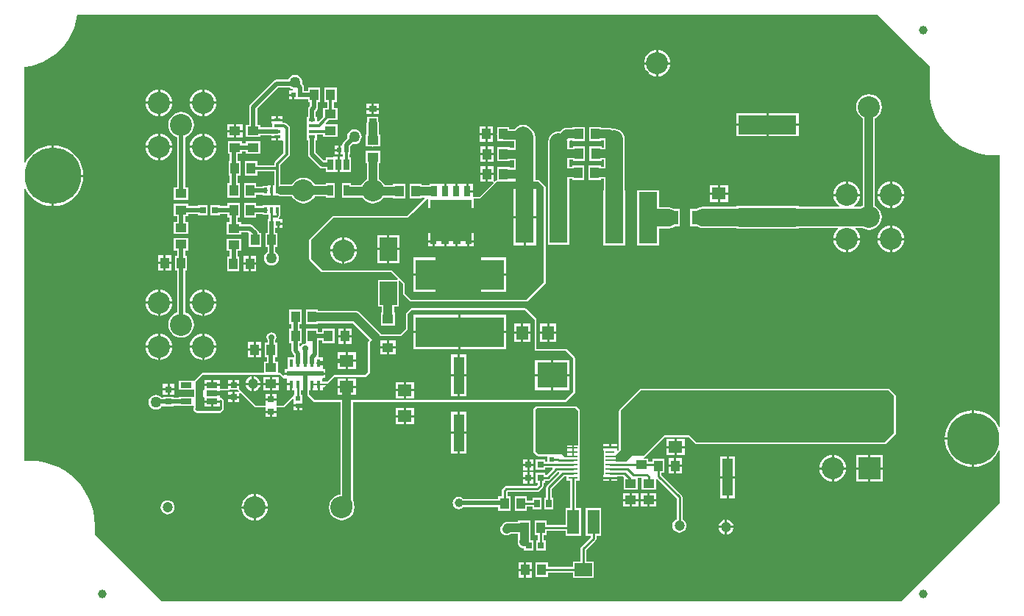
<source format=gtl>
G04 Layer_Physical_Order=1*
G04 Layer_Color=65280*
%FSLAX44Y44*%
%MOMM*%
G71*
G01*
G75*
%ADD10R,3.5000X2.9500*%
%ADD11R,10.2000X3.5000*%
%ADD12R,2.1000X6.0000*%
%ADD13R,0.8000X0.3800*%
%ADD14R,0.6350X1.2700*%
%ADD15R,1.2200X1.1000*%
%ADD16R,0.4000X0.8500*%
%ADD17R,4.2000X0.5000*%
%ADD18R,0.4000X0.7000*%
%ADD19R,0.7500X1.3000*%
%ADD20R,0.8000X0.6000*%
%ADD21R,0.8300X0.6000*%
%ADD22R,4.8000X4.7000*%
%ADD23R,1.0922X0.2286*%
%ADD24R,1.7526X2.9464*%
%ADD25R,2.0000X2.7000*%
%ADD26R,6.7300X2.1600*%
%ADD27R,1.2000X4.3000*%
%ADD28R,1.4000X2.7940*%
%ADD29R,2.0000X1.5000*%
%ADD30R,1.4000X1.6000*%
%ADD31R,1.0000X1.2700*%
%ADD32R,0.8890X0.6350*%
%ADD33R,0.7000X0.8000*%
%ADD34R,0.5000X0.5500*%
%ADD35R,1.2700X0.6350*%
%ADD36R,1.2700X1.0000*%
%ADD37R,1.6000X1.4000*%
%ADD38R,0.8000X0.7000*%
%ADD39R,0.5500X0.5000*%
%ADD40R,0.6350X0.8890*%
%ADD41C,1.0000*%
%ADD42C,0.2000*%
%ADD43C,1.0000*%
%ADD44C,0.2540*%
%ADD45C,0.5000*%
%ADD46C,0.3000*%
%ADD47C,2.0000*%
%ADD48R,2.5000X6.0000*%
%ADD49R,7.3500X2.9000*%
%ADD50R,5.3500X4.9000*%
%ADD51C,0.5000*%
%ADD52C,2.5400*%
%ADD53R,2.5400X2.5400*%
%ADD54C,1.2000*%
%ADD55C,6.0000*%
%ADD56C,6.5000*%
%ADD57C,0.7000*%
%ADD58C,1.2700*%
G36*
X11566271Y2743730D02*
X11576993Y2733006D01*
Y2705234D01*
X11576941D01*
X11577411Y2696880D01*
X11578812Y2688630D01*
X11581128Y2680590D01*
X11584331Y2672859D01*
X11588378Y2665535D01*
X11593220Y2658711D01*
X11598796Y2652472D01*
X11605035Y2646896D01*
X11611859Y2642054D01*
X11619183Y2638006D01*
X11626914Y2634804D01*
X11634955Y2632487D01*
X11643204Y2631086D01*
X11651559Y2630617D01*
Y2630670D01*
X11657994D01*
Y2317836D01*
X11656748Y2317588D01*
X11656141Y2319053D01*
X11653466Y2323420D01*
X11650139Y2327315D01*
X11646244Y2330641D01*
X11641877Y2333317D01*
X11637145Y2335277D01*
X11632164Y2336473D01*
X11628329Y2336775D01*
Y2304234D01*
Y2271694D01*
X11632164Y2271996D01*
X11637145Y2273191D01*
X11641877Y2275151D01*
X11646244Y2277827D01*
X11650139Y2281154D01*
X11653466Y2285049D01*
X11656141Y2289416D01*
X11656748Y2290880D01*
X11657994Y2290633D01*
Y2230453D01*
X11641271Y2213730D01*
X11544340Y2116799D01*
X10693201D01*
X10651271Y2158730D01*
X10616123Y2193877D01*
Y2204234D01*
X10616176D01*
X10615707Y2212589D01*
X10614305Y2220838D01*
X10611989Y2228879D01*
X10608787Y2236609D01*
X10604739Y2243933D01*
X10599896Y2250757D01*
X10594321Y2256997D01*
X10588082Y2262572D01*
X10581257Y2267415D01*
X10573934Y2271462D01*
X10566204Y2274664D01*
X10558163Y2276981D01*
X10549913Y2278382D01*
X10541559Y2278852D01*
Y2278799D01*
X10535123D01*
Y2591553D01*
X10536368Y2591801D01*
X10536682Y2591043D01*
X10539564Y2586340D01*
X10543147Y2582146D01*
X10547340Y2578564D01*
X10552043Y2575683D01*
X10557139Y2573572D01*
X10562501Y2572285D01*
X10566730Y2571952D01*
Y2607000D01*
Y2642048D01*
X10562501Y2641716D01*
X10557139Y2640428D01*
X10552043Y2638317D01*
X10547340Y2635435D01*
X10543147Y2631854D01*
X10539564Y2627660D01*
X10536682Y2622957D01*
X10536368Y2622199D01*
X10535123Y2622447D01*
Y2732051D01*
X10535240Y2732058D01*
X10542825Y2733346D01*
X10550219Y2735476D01*
X10557327Y2738421D01*
X10564060Y2742142D01*
X10570334Y2746595D01*
X10576072Y2751721D01*
X10581199Y2757458D01*
X10585651Y2763733D01*
X10589373Y2770466D01*
X10592317Y2777574D01*
X10594446Y2784968D01*
X10595735Y2792552D01*
X10595742Y2792669D01*
X11517330D01*
X11566271Y2743730D01*
D02*
G37*
%LPC*%
G36*
X10855291Y2340980D02*
X10851270D01*
Y2337210D01*
X10855291D01*
Y2340980D01*
D02*
G37*
G36*
X10782540Y2350730D02*
X10777271D01*
Y2345960D01*
X10782540D01*
Y2350730D01*
D02*
G37*
G36*
X10774730D02*
X10769460D01*
Y2345960D01*
X10774730D01*
Y2350730D01*
D02*
G37*
G36*
X10971730Y2339540D02*
X10962460D01*
Y2331270D01*
X10971730D01*
Y2339540D01*
D02*
G37*
G36*
X10983540D02*
X10974270D01*
Y2331270D01*
X10983540D01*
Y2339540D01*
D02*
G37*
G36*
X10848729Y2340980D02*
X10844709D01*
Y2337210D01*
X10848729D01*
Y2340980D01*
D02*
G37*
G36*
X10774730Y2358040D02*
X10769460D01*
Y2353270D01*
X10774730D01*
Y2358040D01*
D02*
G37*
G36*
X10904730Y2392730D02*
X10895460D01*
Y2384460D01*
X10904730D01*
Y2392730D01*
D02*
G37*
G36*
X10916541D02*
X10907271D01*
Y2384460D01*
X10916541D01*
Y2392730D01*
D02*
G37*
G36*
X10705288Y2408830D02*
X10691370D01*
Y2394911D01*
X10693087Y2395081D01*
X10695961Y2395952D01*
X10698608Y2397367D01*
X10700929Y2399272D01*
X10702833Y2401592D01*
X10704248Y2404240D01*
X10705120Y2407112D01*
X10705288Y2408830D01*
D02*
G37*
G36*
X10707540Y2367040D02*
X10702269D01*
Y2362270D01*
X10707540D01*
Y2367040D01*
D02*
G37*
G36*
X10699729Y2359730D02*
X10694460D01*
Y2354960D01*
X10699729D01*
Y2359730D01*
D02*
G37*
G36*
X10707540D02*
X10702269D01*
Y2354960D01*
X10707540D01*
Y2359730D01*
D02*
G37*
G36*
X10699729Y2367040D02*
X10694460D01*
Y2362270D01*
X10699729D01*
Y2367040D01*
D02*
G37*
G36*
X11283230Y2304040D02*
X11273960D01*
Y2295770D01*
X11283230D01*
Y2304040D01*
D02*
G37*
G36*
X11295040D02*
X11285770D01*
Y2295770D01*
X11295040D01*
Y2304040D01*
D02*
G37*
G36*
X11244501Y2361539D02*
X11243719Y2361384D01*
X11243058Y2360942D01*
X11220059Y2337942D01*
X11220059Y2337942D01*
X11219615Y2337280D01*
X11219460Y2336500D01*
Y2291345D01*
X11218607Y2290491D01*
X11217336Y2291017D01*
Y2292743D01*
X11209336D01*
X11201335D01*
Y2290330D01*
X11201875D01*
Y2280863D01*
Y2270855D01*
Y2262670D01*
X11201335D01*
Y2260257D01*
X11209336D01*
X11217336D01*
Y2260656D01*
X11224376D01*
X11224650Y2259500D01*
X11224650Y2259500D01*
X11224650Y2259500D01*
Y2245500D01*
X11241350D01*
Y2259166D01*
X11245150D01*
Y2245500D01*
X11261851D01*
Y2257639D01*
X11263120Y2258165D01*
X11285684Y2235601D01*
Y2211310D01*
X11284983Y2211020D01*
X11283312Y2209737D01*
X11282030Y2208066D01*
X11281223Y2206120D01*
X11280948Y2204032D01*
X11281223Y2201943D01*
X11282030Y2199997D01*
X11283312Y2198326D01*
X11284983Y2197044D01*
X11286929Y2196238D01*
X11289017Y2195963D01*
X11291106Y2196238D01*
X11293052Y2197044D01*
X11294723Y2198326D01*
X11296006Y2199997D01*
X11296812Y2201943D01*
X11297086Y2204032D01*
X11296812Y2206120D01*
X11296006Y2208066D01*
X11294723Y2209737D01*
X11293052Y2211020D01*
X11292351Y2211310D01*
Y2236982D01*
X11292098Y2238258D01*
X11291375Y2239340D01*
X11268334Y2262381D01*
Y2264650D01*
X11272000D01*
Y2281350D01*
X11258000D01*
Y2277334D01*
X11253350D01*
Y2281000D01*
X11248109D01*
X11247983Y2282270D01*
X11248467Y2282366D01*
X11249128Y2282808D01*
X11249128Y2282808D01*
X11252319Y2286000D01*
X11253350D01*
Y2287030D01*
X11272280Y2305961D01*
X11299656D01*
X11307058Y2298558D01*
X11307720Y2298116D01*
X11308500Y2297961D01*
X11525500D01*
X11526281Y2298116D01*
X11526942Y2298558D01*
X11537441Y2309058D01*
X11537885Y2309720D01*
X11538040Y2310500D01*
Y2353000D01*
X11537885Y2353780D01*
X11537441Y2354442D01*
X11537441Y2354442D01*
X11530942Y2360942D01*
X11530281Y2361384D01*
X11529500Y2361539D01*
X11244501Y2361539D01*
D02*
G37*
G36*
X11217336Y2297696D02*
X11210607D01*
Y2295283D01*
X11217336D01*
Y2297696D01*
D02*
G37*
G36*
X11033730Y2309730D02*
X11026460D01*
Y2286960D01*
X11033730D01*
Y2309730D01*
D02*
G37*
G36*
X11043540D02*
X11036271D01*
Y2286960D01*
X11043540D01*
Y2309730D01*
D02*
G37*
G36*
X11208066Y2297696D02*
X11201335D01*
Y2295283D01*
X11208066D01*
Y2297696D01*
D02*
G37*
G36*
X10983540Y2328730D02*
X10974270D01*
Y2320460D01*
X10983540D01*
Y2328730D01*
D02*
G37*
G36*
X10817731Y2333980D02*
X10812460D01*
Y2329210D01*
X10817731D01*
Y2333980D01*
D02*
G37*
G36*
X10825540D02*
X10820271D01*
Y2329210D01*
X10825540D01*
Y2333980D01*
D02*
G37*
G36*
X10971730Y2328730D02*
X10962460D01*
Y2320460D01*
X10971730D01*
Y2328730D01*
D02*
G37*
G36*
X11625789Y2336775D02*
X11621952Y2336473D01*
X11616971Y2335277D01*
X11612240Y2333317D01*
X11607872Y2330641D01*
X11603978Y2327315D01*
X11600652Y2323420D01*
X11597976Y2319053D01*
X11596016Y2314321D01*
X11594819Y2309340D01*
X11594518Y2305504D01*
X11625789D01*
Y2336775D01*
D02*
G37*
G36*
X11033730Y2335040D02*
X11026460D01*
Y2312270D01*
X11033730D01*
Y2335040D01*
D02*
G37*
G36*
X11043540D02*
X11036271D01*
Y2312270D01*
X11043540D01*
Y2335040D01*
D02*
G37*
G36*
X10902729Y2431140D02*
X10896460D01*
Y2423520D01*
X10902729D01*
Y2431140D01*
D02*
G37*
G36*
X10911541D02*
X10905270D01*
Y2423520D01*
X10911541D01*
Y2431140D01*
D02*
G37*
G36*
X11111000Y2454539D02*
X10981000D01*
X10980220Y2454384D01*
X10979558Y2453942D01*
X10975059Y2449442D01*
X10974615Y2448780D01*
X10974460Y2448000D01*
Y2431345D01*
X10967655Y2424539D01*
X10945665D01*
X10944742Y2425742D01*
X10921243Y2449242D01*
X10919780Y2450364D01*
X10918077Y2451070D01*
X10916250Y2451310D01*
X10873000D01*
Y2452600D01*
X10859000D01*
Y2444709D01*
X10858939Y2444250D01*
X10859000Y2443791D01*
Y2435900D01*
X10873000D01*
Y2437190D01*
X10913325D01*
X10931931Y2418584D01*
Y2417314D01*
X10931058Y2416442D01*
X10930616Y2415780D01*
X10930460Y2415000D01*
Y2380345D01*
X10927405Y2377289D01*
X10891750Y2377289D01*
X10891398Y2377219D01*
X10890970Y2377134D01*
X10890970Y2377134D01*
X10890309Y2376692D01*
X10890309Y2376692D01*
X10883674Y2370059D01*
X10878000D01*
Y2373250D01*
X10878749Y2374210D01*
X10881541D01*
Y2377980D01*
X10834460D01*
Y2377220D01*
X10833190Y2376694D01*
X10830442Y2379442D01*
X10830442Y2379442D01*
X10829780Y2379884D01*
X10829000Y2380039D01*
X10827350D01*
Y2393250D01*
X10823588D01*
Y2398150D01*
X10826000D01*
Y2414850D01*
X10824088D01*
Y2417967D01*
X10824681Y2418854D01*
X10825107Y2421000D01*
X10824681Y2423146D01*
X10823466Y2424965D01*
X10821646Y2426181D01*
X10819500Y2426608D01*
X10817354Y2426181D01*
X10815535Y2424965D01*
X10814319Y2423146D01*
X10813893Y2421000D01*
X10814319Y2418854D01*
X10814912Y2417967D01*
Y2414850D01*
X10812000D01*
Y2398150D01*
X10814412D01*
Y2393250D01*
X10810649D01*
Y2380039D01*
X10740500D01*
X10739719Y2379884D01*
X10739058Y2379442D01*
X10731058Y2371442D01*
X10730648Y2370828D01*
X10730553Y2370809D01*
X10729377Y2371098D01*
Y2371225D01*
X10712678D01*
Y2360875D01*
X10729191D01*
X10729377Y2360875D01*
X10730460Y2360423D01*
Y2352627D01*
X10729377Y2352175D01*
X10729191Y2352175D01*
X10712678D01*
Y2351588D01*
X10707000D01*
Y2352500D01*
X10695000D01*
Y2351588D01*
X10692737D01*
X10692455Y2351955D01*
X10690710Y2353294D01*
X10688679Y2354135D01*
X10686500Y2354422D01*
X10684320Y2354135D01*
X10682289Y2353294D01*
X10680544Y2351955D01*
X10679207Y2350211D01*
X10678365Y2348180D01*
X10678077Y2346000D01*
X10678365Y2343820D01*
X10679207Y2341789D01*
X10680544Y2340045D01*
X10682289Y2338706D01*
X10684320Y2337865D01*
X10686500Y2337578D01*
X10688679Y2337865D01*
X10690710Y2338706D01*
X10692455Y2340045D01*
X10693730Y2341706D01*
X10694081Y2341720D01*
X10695000Y2341500D01*
Y2341500D01*
X10707000D01*
Y2342412D01*
X10712678D01*
Y2341825D01*
X10729191D01*
X10729377Y2341825D01*
X10730171Y2341494D01*
X10730316Y2340200D01*
X10730059Y2339942D01*
X10729615Y2339280D01*
X10729460Y2338500D01*
X10729615Y2337720D01*
X10730059Y2337058D01*
X10732559Y2334558D01*
X10733219Y2334116D01*
X10734000Y2333961D01*
X10760000D01*
X10760000Y2333961D01*
X10760780Y2334116D01*
X10761442Y2334558D01*
X10763942Y2337058D01*
X10764384Y2337720D01*
X10764540Y2338500D01*
Y2348000D01*
X10764384Y2348780D01*
X10763942Y2349442D01*
X10763942Y2349442D01*
X10762505Y2350879D01*
X10761843Y2351321D01*
X10761063Y2351476D01*
X10760375Y2351915D01*
X10759890Y2352469D01*
Y2355128D01*
X10751000D01*
Y2357668D01*
X10759890D01*
Y2359461D01*
X10769460D01*
X10770240Y2359616D01*
X10770902Y2360058D01*
X10771198Y2360500D01*
X10780776D01*
X10781099Y2360018D01*
X10781099Y2360018D01*
X10781807Y2359310D01*
X10781281Y2358040D01*
X10777271D01*
Y2353270D01*
X10782540D01*
Y2356780D01*
X10783810Y2357306D01*
X10800558Y2340558D01*
X10801219Y2340116D01*
X10802000Y2339961D01*
X10812316D01*
X10812460Y2339842D01*
Y2336520D01*
X10819000D01*
X10825540D01*
Y2339842D01*
X10825685Y2339961D01*
X10832999D01*
X10833000Y2339961D01*
X10833781Y2340116D01*
X10834442Y2340558D01*
X10834442Y2340558D01*
X10838442Y2344558D01*
X10838442Y2344558D01*
X10844077Y2350193D01*
X10845250Y2349707D01*
Y2347290D01*
X10844709D01*
Y2343520D01*
X10850000D01*
X10855291D01*
Y2347290D01*
X10854750D01*
Y2354750D01*
X10853334D01*
Y2358992D01*
X10853461Y2360210D01*
X10856730D01*
Y2367000D01*
X10859270D01*
Y2360210D01*
X10860549D01*
Y2354911D01*
X10860704Y2354131D01*
X10861146Y2353470D01*
X10861146Y2353470D01*
X10867559Y2347058D01*
X10867559Y2347058D01*
X10868220Y2346616D01*
X10869000Y2346461D01*
X10898939D01*
Y2239741D01*
X10896415Y2239409D01*
X10892838Y2237928D01*
X10889768Y2235571D01*
X10887412Y2232501D01*
X10885930Y2228925D01*
X10885425Y2225087D01*
X10885930Y2221250D01*
X10887412Y2217674D01*
X10889768Y2214603D01*
X10892838Y2212247D01*
X10896415Y2210766D01*
X10900251Y2210260D01*
X10904089Y2210766D01*
X10907665Y2212247D01*
X10910736Y2214603D01*
X10913092Y2217674D01*
X10914574Y2221250D01*
X10915079Y2225087D01*
X10914574Y2228925D01*
X10914222Y2229774D01*
X10914072Y2230915D01*
X10913367Y2232618D01*
X10913060Y2233017D01*
Y2346461D01*
X11157500D01*
X11157500Y2346461D01*
X11158280Y2346616D01*
X11158942Y2347058D01*
X11158942Y2347058D01*
X11159941Y2348058D01*
X11159941Y2348058D01*
X11168442Y2356558D01*
X11168884Y2357220D01*
X11169039Y2358000D01*
X11169039Y2396500D01*
X11168884Y2397280D01*
X11168442Y2397942D01*
X11168441Y2397942D01*
X11159442Y2406942D01*
X11159442Y2406942D01*
X11158781Y2407384D01*
X11158000Y2407539D01*
X11124540Y2407539D01*
Y2441000D01*
X11124540Y2441000D01*
X11124384Y2441780D01*
X11123942Y2442442D01*
X11123942Y2442442D01*
X11112441Y2453942D01*
X11111781Y2454384D01*
X11111000Y2454539D01*
D02*
G37*
G36*
X10723850Y2535000D02*
X10707150D01*
Y2521000D01*
X10710912D01*
Y2514850D01*
X10708500D01*
Y2498150D01*
X10710912D01*
Y2449511D01*
X10708087Y2448340D01*
X10705016Y2445984D01*
X10702660Y2442913D01*
X10701178Y2439337D01*
X10700673Y2435500D01*
X10701178Y2431662D01*
X10702660Y2428087D01*
X10705016Y2425016D01*
X10708087Y2422660D01*
X10711663Y2421178D01*
X10715500Y2420673D01*
X10719337Y2421178D01*
X10722914Y2422660D01*
X10725984Y2425016D01*
X10728340Y2428087D01*
X10729822Y2431662D01*
X10730327Y2435500D01*
X10729822Y2439337D01*
X10728340Y2442913D01*
X10725984Y2445984D01*
X10722914Y2448340D01*
X10720088Y2449511D01*
Y2498150D01*
X10722500D01*
Y2514850D01*
X10720088D01*
Y2521000D01*
X10723850D01*
Y2535000D01*
D02*
G37*
G36*
X10854000Y2452600D02*
X10840000D01*
Y2435900D01*
X10842412D01*
Y2430600D01*
X10840000D01*
Y2413900D01*
X10842412D01*
Y2405500D01*
X10842761Y2403744D01*
X10843756Y2402256D01*
X10845411Y2400600D01*
Y2397750D01*
X10838000D01*
Y2385560D01*
X10838000Y2385250D01*
X10837252Y2384290D01*
X10834460D01*
Y2380520D01*
X10881541D01*
Y2384290D01*
X10879636D01*
X10878540Y2384710D01*
X10878540Y2385560D01*
Y2390230D01*
X10874000D01*
Y2392770D01*
X10878540D01*
Y2398290D01*
X10874012D01*
X10873302Y2399560D01*
X10873588Y2401000D01*
Y2417662D01*
X10878000D01*
Y2413900D01*
X10892000D01*
Y2430600D01*
X10878000D01*
Y2426838D01*
X10873000D01*
Y2430600D01*
X10859000D01*
Y2414704D01*
X10858014Y2413623D01*
X10857863Y2413580D01*
X10855854Y2413181D01*
X10854034Y2411965D01*
X10852858Y2410204D01*
X10852764Y2410187D01*
X10851588Y2410623D01*
Y2413900D01*
X10854000D01*
Y2430600D01*
X10851588D01*
Y2435900D01*
X10854000D01*
Y2452600D01*
D02*
G37*
G36*
X11136730Y2424730D02*
X11128459D01*
Y2415460D01*
X11136730D01*
Y2424730D01*
D02*
G37*
G36*
X11147540D02*
X11139270D01*
Y2415460D01*
X11147540D01*
Y2424730D01*
D02*
G37*
G36*
X10688831Y2459630D02*
X10674911D01*
X10675081Y2457912D01*
X10675952Y2455040D01*
X10677367Y2452392D01*
X10679271Y2450072D01*
X10681592Y2448167D01*
X10684240Y2446752D01*
X10687112Y2445880D01*
X10688831Y2445711D01*
Y2459630D01*
D02*
G37*
G36*
X10739630D02*
X10725712D01*
X10725880Y2457912D01*
X10726752Y2455040D01*
X10728167Y2452392D01*
X10730072Y2450072D01*
X10732393Y2448167D01*
X10735040Y2446752D01*
X10737913Y2445880D01*
X10739630Y2445711D01*
Y2459630D01*
D02*
G37*
G36*
X10688831Y2476089D02*
X10687112Y2475919D01*
X10684240Y2475048D01*
X10681592Y2473633D01*
X10679271Y2471729D01*
X10677367Y2469408D01*
X10675952Y2466760D01*
X10675081Y2463888D01*
X10674911Y2462170D01*
X10688831D01*
Y2476089D01*
D02*
G37*
G36*
X10756089Y2459630D02*
X10742170D01*
Y2445711D01*
X10743888Y2445880D01*
X10746760Y2446752D01*
X10749408Y2448167D01*
X10751729Y2450072D01*
X10753633Y2452392D01*
X10755048Y2455040D01*
X10755919Y2457912D01*
X10756089Y2459630D01*
D02*
G37*
G36*
X11136730Y2436540D02*
X11128459D01*
Y2427270D01*
X11136730D01*
Y2436540D01*
D02*
G37*
G36*
X11147540D02*
X11139270D01*
Y2427270D01*
X11147540D01*
Y2436540D01*
D02*
G37*
G36*
X10705288Y2459630D02*
X10691370D01*
Y2445711D01*
X10693087Y2445880D01*
X10695961Y2446752D01*
X10698608Y2448167D01*
X10700929Y2450072D01*
X10702833Y2452392D01*
X10704248Y2455040D01*
X10705120Y2457912D01*
X10705288Y2459630D01*
D02*
G37*
G36*
X10911541Y2420980D02*
X10905270D01*
Y2413360D01*
X10911541D01*
Y2420980D01*
D02*
G37*
G36*
X10916541Y2403540D02*
X10907271D01*
Y2395270D01*
X10916541D01*
Y2403540D01*
D02*
G37*
G36*
X10798730Y2405230D02*
X10792460D01*
Y2397610D01*
X10798730D01*
Y2405230D01*
D02*
G37*
G36*
X10807540D02*
X10801271D01*
Y2397610D01*
X10807540D01*
Y2405230D01*
D02*
G37*
G36*
X10904730Y2403540D02*
X10895460D01*
Y2395270D01*
X10904730D01*
Y2403540D01*
D02*
G37*
G36*
X10756089Y2408830D02*
X10742170D01*
Y2394911D01*
X10743888Y2395081D01*
X10746760Y2395952D01*
X10749408Y2397367D01*
X10751729Y2399272D01*
X10753633Y2401592D01*
X10755048Y2404240D01*
X10755919Y2407112D01*
X10756089Y2408830D01*
D02*
G37*
G36*
X10688831D02*
X10674911D01*
X10675081Y2407112D01*
X10675952Y2404240D01*
X10677367Y2401592D01*
X10679271Y2399272D01*
X10681592Y2397367D01*
X10684240Y2395952D01*
X10687112Y2395081D01*
X10688831Y2394911D01*
Y2408830D01*
D02*
G37*
G36*
X10739630D02*
X10725712D01*
X10725880Y2407112D01*
X10726752Y2404240D01*
X10728167Y2401592D01*
X10730072Y2399272D01*
X10732393Y2397367D01*
X10735040Y2395952D01*
X10737913Y2395081D01*
X10739630Y2394911D01*
Y2408830D01*
D02*
G37*
G36*
X10691370Y2425289D02*
Y2411370D01*
X10705289D01*
X10705120Y2413088D01*
X10704248Y2415960D01*
X10702833Y2418608D01*
X10700929Y2420928D01*
X10698608Y2422833D01*
X10695961Y2424248D01*
X10693087Y2425119D01*
X10691370Y2425289D01*
D02*
G37*
G36*
X10742170D02*
Y2411370D01*
X10756089D01*
X10755919Y2413088D01*
X10755048Y2415960D01*
X10753633Y2418608D01*
X10751729Y2420928D01*
X10749408Y2422833D01*
X10746760Y2424248D01*
X10743888Y2425119D01*
X10742170Y2425289D01*
D02*
G37*
G36*
X10902729Y2420980D02*
X10896460D01*
Y2413360D01*
X10902729D01*
Y2420980D01*
D02*
G37*
G36*
X10739630Y2425289D02*
X10737913Y2425119D01*
X10735040Y2424248D01*
X10732393Y2422833D01*
X10730072Y2420928D01*
X10728167Y2418608D01*
X10726752Y2415960D01*
X10725880Y2413088D01*
X10725712Y2411370D01*
X10739630D01*
Y2425289D01*
D02*
G37*
G36*
X10798730Y2415390D02*
X10792460D01*
Y2407770D01*
X10798730D01*
Y2415390D01*
D02*
G37*
G36*
X10807540D02*
X10801271D01*
Y2407770D01*
X10807540D01*
Y2415390D01*
D02*
G37*
G36*
X10688831Y2425289D02*
X10687112Y2425119D01*
X10684240Y2424248D01*
X10681592Y2422833D01*
X10679271Y2420928D01*
X10677367Y2418608D01*
X10675952Y2415960D01*
X10675081Y2413088D01*
X10674911Y2411370D01*
X10688831D01*
Y2425289D01*
D02*
G37*
G36*
X10801522Y2240276D02*
Y2226357D01*
X10815441D01*
X10815271Y2228075D01*
X10814399Y2230948D01*
X10812985Y2233595D01*
X10811080Y2235916D01*
X10808760Y2237820D01*
X10806112Y2239235D01*
X10803240Y2240107D01*
X10801522Y2240276D01*
D02*
G37*
G36*
X11252229Y2241040D02*
X11244611D01*
Y2234770D01*
X11252229D01*
Y2241040D01*
D02*
G37*
G36*
X11262390D02*
X11254769D01*
Y2234770D01*
X11262390D01*
Y2241040D01*
D02*
G37*
G36*
X10798983Y2240276D02*
X10797264Y2240107D01*
X10794392Y2239235D01*
X10791744Y2237820D01*
X10789424Y2235916D01*
X10787520Y2233595D01*
X10786104Y2230948D01*
X10785232Y2228075D01*
X10785063Y2226357D01*
X10798983D01*
Y2240276D01*
D02*
G37*
G36*
X11241890Y2232230D02*
X11234270D01*
Y2225960D01*
X11241890D01*
Y2232230D01*
D02*
G37*
G36*
X11252229Y2232230D02*
X11244611D01*
Y2225960D01*
X11252229D01*
Y2232230D01*
D02*
G37*
G36*
X11262390D02*
X11254769D01*
Y2225960D01*
X11262390D01*
Y2232230D01*
D02*
G37*
G36*
X11113730Y2257730D02*
X11108960D01*
Y2252460D01*
X11113730D01*
Y2257730D01*
D02*
G37*
G36*
X11121040D02*
X11116271D01*
Y2252460D01*
X11121040D01*
Y2257730D01*
D02*
G37*
G36*
X11506229Y2268730D02*
X11492260D01*
Y2254760D01*
X11506229D01*
Y2268730D01*
D02*
G37*
G36*
X11353040Y2258230D02*
X11345770D01*
Y2235460D01*
X11353040D01*
Y2258230D01*
D02*
G37*
G36*
X11231730Y2241040D02*
X11224110D01*
Y2234770D01*
X11231730D01*
Y2241040D01*
D02*
G37*
G36*
X11241890D02*
X11234270D01*
Y2234770D01*
X11241890D01*
Y2241040D01*
D02*
G37*
G36*
X11343230Y2258230D02*
X11335959D01*
Y2235460D01*
X11343230D01*
Y2258230D01*
D02*
G37*
G36*
X11231730Y2232230D02*
X11224110D01*
Y2225960D01*
X11231730D01*
Y2232230D01*
D02*
G37*
G36*
X11199000Y2223970D02*
X11181000D01*
Y2192030D01*
X11186666D01*
Y2190381D01*
X11176143Y2179857D01*
X11175420Y2178776D01*
X11175166Y2177500D01*
Y2162500D01*
X11166500D01*
Y2156334D01*
X11137500D01*
Y2161350D01*
X11123500D01*
Y2144650D01*
X11137500D01*
Y2149666D01*
X11166500D01*
Y2143500D01*
X11190500D01*
Y2162500D01*
X11181833D01*
Y2176119D01*
X11192357Y2186642D01*
X11193080Y2187724D01*
X11193334Y2189000D01*
Y2192030D01*
X11199000D01*
Y2223970D01*
D02*
G37*
G36*
X11117500Y2209850D02*
X11103500D01*
Y2208560D01*
X11091500D01*
X11089673Y2208320D01*
X11087970Y2207614D01*
X11086508Y2206492D01*
X11085007Y2204992D01*
X11083885Y2203530D01*
X11083180Y2201827D01*
X11082939Y2200000D01*
X11083180Y2198173D01*
X11083885Y2196470D01*
X11085007Y2195007D01*
X11086470Y2193885D01*
X11088173Y2193180D01*
X11090000Y2192940D01*
X11091827Y2193180D01*
X11093530Y2193885D01*
X11094252Y2194440D01*
X11103440D01*
Y2187454D01*
X11103180Y2186827D01*
X11102939Y2185000D01*
X11103180Y2183173D01*
X11103885Y2181470D01*
X11105007Y2180008D01*
X11106470Y2178885D01*
X11108173Y2178180D01*
X11110000Y2177940D01*
Y2175500D01*
X11121000D01*
Y2187500D01*
X11117560D01*
Y2201500D01*
X11117500Y2201959D01*
Y2209850D01*
D02*
G37*
G36*
X11341248Y2201262D02*
X11334071D01*
X11334198Y2200302D01*
X11335057Y2198225D01*
X11336427Y2196441D01*
X11338210Y2195072D01*
X11340288Y2194212D01*
X11341248Y2194085D01*
Y2201262D01*
D02*
G37*
G36*
X11119041Y2161890D02*
X11112771D01*
Y2154270D01*
X11119041D01*
Y2161890D01*
D02*
G37*
G36*
X11110231Y2151730D02*
X11103960D01*
Y2144110D01*
X11110231D01*
Y2151730D01*
D02*
G37*
G36*
X11119041D02*
X11112771D01*
Y2144110D01*
X11119041D01*
Y2151730D01*
D02*
G37*
G36*
X11110231Y2161890D02*
X11103960D01*
Y2154270D01*
X11110231D01*
Y2161890D01*
D02*
G37*
G36*
X10815441Y2223817D02*
X10801522D01*
Y2209899D01*
X10803240Y2210068D01*
X10806112Y2210939D01*
X10808760Y2212354D01*
X10811080Y2214259D01*
X10812985Y2216579D01*
X10814399Y2219227D01*
X10815271Y2222100D01*
X10815441Y2223817D01*
D02*
G37*
G36*
X10700017Y2233101D02*
X10697930Y2232826D01*
X10695983Y2232020D01*
X10694312Y2230737D01*
X10693030Y2229066D01*
X10692223Y2227120D01*
X10691948Y2225032D01*
X10692223Y2222943D01*
X10693030Y2220997D01*
X10694312Y2219326D01*
X10695983Y2218044D01*
X10697930Y2217238D01*
X10700017Y2216963D01*
X10702106Y2217238D01*
X10704052Y2218044D01*
X10705724Y2219326D01*
X10707006Y2220997D01*
X10707811Y2222943D01*
X10708087Y2225032D01*
X10707811Y2227120D01*
X10707006Y2229066D01*
X10705724Y2230737D01*
X10704052Y2232020D01*
X10702106Y2232826D01*
X10700017Y2233101D01*
D02*
G37*
G36*
X11113500Y2237850D02*
X11099500D01*
Y2221150D01*
X11113500D01*
Y2226166D01*
X11119825D01*
Y2223055D01*
X11130175D01*
Y2235945D01*
X11119825D01*
Y2232834D01*
X11113500D01*
Y2237850D01*
D02*
G37*
G36*
X10798983Y2223817D02*
X10785063D01*
X10785232Y2222100D01*
X10786104Y2219227D01*
X10787520Y2216579D01*
X10789424Y2214259D01*
X10791744Y2212354D01*
X10794392Y2210939D01*
X10797264Y2210068D01*
X10798983Y2209899D01*
Y2223817D01*
D02*
G37*
G36*
X11350964Y2201262D02*
X11343788D01*
Y2194085D01*
X11344747Y2194212D01*
X11346825Y2195072D01*
X11348608Y2196441D01*
X11349977Y2198225D01*
X11350837Y2200302D01*
X11350964Y2201262D01*
D02*
G37*
G36*
X11341248Y2210978D02*
X11340288Y2210852D01*
X11338210Y2209991D01*
X11336427Y2208623D01*
X11335057Y2206839D01*
X11334198Y2204761D01*
X11334071Y2203802D01*
X11341248D01*
Y2210978D01*
D02*
G37*
G36*
X11343788D02*
Y2203802D01*
X11350964D01*
X11350837Y2204761D01*
X11349977Y2206839D01*
X11348608Y2208623D01*
X11346825Y2209991D01*
X11344747Y2210852D01*
X11343788Y2210978D01*
D02*
G37*
G36*
X11625789Y2302964D02*
X11594518D01*
X11594819Y2299128D01*
X11596016Y2294148D01*
X11597976Y2289416D01*
X11600652Y2285049D01*
X11603978Y2281154D01*
X11607872Y2277827D01*
X11612240Y2275151D01*
X11616971Y2273191D01*
X11621952Y2271996D01*
X11625789Y2271694D01*
Y2302964D01*
D02*
G37*
G36*
X11282729Y2281890D02*
X11276460D01*
Y2274270D01*
X11282729D01*
Y2281890D01*
D02*
G37*
G36*
X11291541D02*
X11285270D01*
Y2274270D01*
X11291541D01*
Y2281890D01*
D02*
G37*
G36*
X11522740Y2285240D02*
X11508770D01*
Y2271270D01*
X11522740D01*
Y2285240D01*
D02*
G37*
G36*
X11464230Y2285189D02*
X11462512Y2285020D01*
X11459640Y2284148D01*
X11456992Y2282733D01*
X11454672Y2280829D01*
X11452767Y2278508D01*
X11451351Y2275860D01*
X11450481Y2272988D01*
X11450311Y2271270D01*
X11464230D01*
Y2285189D01*
D02*
G37*
G36*
X11466770Y2285189D02*
Y2271270D01*
X11480688D01*
X11480520Y2272988D01*
X11479648Y2275860D01*
X11478232Y2278508D01*
X11476328Y2280829D01*
X11474008Y2282733D01*
X11471360Y2284148D01*
X11468488Y2285020D01*
X11466770Y2285189D01*
D02*
G37*
G36*
X11506229Y2285240D02*
X11492260D01*
Y2271270D01*
X11506229D01*
Y2285240D01*
D02*
G37*
G36*
X11199303Y2293772D02*
X11189270D01*
Y2277770D01*
X11199303D01*
Y2293772D01*
D02*
G37*
G36*
X11283230Y2293230D02*
X11273960D01*
Y2284960D01*
X11283230D01*
Y2293230D01*
D02*
G37*
G36*
X11295040D02*
X11285770D01*
Y2284960D01*
X11295040D01*
Y2293230D01*
D02*
G37*
G36*
X11186731Y2293772D02*
X11176697D01*
Y2277770D01*
X11186731D01*
Y2293772D01*
D02*
G37*
G36*
X11113730Y2280540D02*
X11108960D01*
Y2275270D01*
X11113730D01*
Y2280540D01*
D02*
G37*
G36*
X11121040D02*
X11116271D01*
Y2275270D01*
X11121040D01*
Y2280540D01*
D02*
G37*
G36*
X11169000Y2341539D02*
X11125000D01*
X11124220Y2341384D01*
X11123558Y2340942D01*
X11121558Y2338942D01*
X11121116Y2338280D01*
X11120961Y2337500D01*
Y2289500D01*
X11120961Y2289500D01*
X11121116Y2288720D01*
X11121558Y2288058D01*
X11125059Y2284558D01*
X11125719Y2284116D01*
X11126500Y2283961D01*
X11137250D01*
Y2277332D01*
X11134500D01*
Y2280000D01*
X11123500D01*
Y2268000D01*
X11134500D01*
Y2270664D01*
X11142789D01*
X11143275Y2269491D01*
X11136119Y2262334D01*
X11134500D01*
Y2265000D01*
X11123500D01*
Y2253000D01*
X11125667D01*
Y2250881D01*
X11124119Y2249334D01*
X11089500D01*
X11088224Y2249080D01*
X11087142Y2248358D01*
X11085143Y2246358D01*
X11084420Y2245276D01*
X11084166Y2244000D01*
Y2237850D01*
X11080500D01*
Y2234588D01*
X11040303D01*
X11039993Y2234993D01*
X11038530Y2236115D01*
X11036827Y2236820D01*
X11035000Y2237060D01*
X11033173Y2236820D01*
X11031470Y2236115D01*
X11030007Y2234993D01*
X11028885Y2233530D01*
X11028180Y2231827D01*
X11027939Y2230000D01*
X11028180Y2228173D01*
X11028885Y2226470D01*
X11030007Y2225008D01*
X11031470Y2223885D01*
X11033173Y2223180D01*
X11035000Y2222940D01*
X11036827Y2223180D01*
X11038530Y2223885D01*
X11039993Y2225008D01*
X11040303Y2225412D01*
X11080500D01*
Y2221150D01*
X11094500D01*
Y2237850D01*
X11090834D01*
Y2242619D01*
X11090881Y2242666D01*
X11125500D01*
X11126776Y2242920D01*
X11127858Y2243642D01*
X11131357Y2247142D01*
X11132080Y2248224D01*
X11132334Y2249500D01*
Y2253000D01*
X11134500D01*
Y2255666D01*
X11137500D01*
X11138776Y2255920D01*
X11139857Y2256642D01*
X11148876Y2265660D01*
X11150286D01*
X11150771Y2264487D01*
X11136613Y2250327D01*
X11135890Y2249246D01*
X11135636Y2247970D01*
Y2235945D01*
X11133795D01*
Y2223055D01*
X11144146D01*
Y2235945D01*
X11142303D01*
Y2246589D01*
X11156372Y2260656D01*
X11159203D01*
Y2255844D01*
X11163330D01*
Y2223970D01*
X11158000D01*
Y2204834D01*
X11136500D01*
Y2209850D01*
X11122500D01*
Y2193150D01*
X11126166D01*
Y2187500D01*
X11124000D01*
Y2175500D01*
X11135000D01*
Y2187500D01*
X11132834D01*
Y2193150D01*
X11136500D01*
Y2198166D01*
X11158000D01*
Y2192030D01*
X11176000D01*
Y2223970D01*
X11169998D01*
Y2255844D01*
X11174125D01*
Y2265851D01*
Y2275859D01*
Y2285867D01*
Y2295082D01*
X11174385Y2295470D01*
X11174540Y2296251D01*
X11174540Y2336000D01*
X11174540Y2336000D01*
X11174384Y2336780D01*
X11173942Y2337442D01*
X11173942Y2337442D01*
X11170442Y2340942D01*
X11169780Y2341384D01*
X11169000Y2341539D01*
D02*
G37*
G36*
X11121040Y2272730D02*
X11116271D01*
Y2267460D01*
X11121040D01*
Y2272730D01*
D02*
G37*
G36*
X11217336Y2257717D02*
X11210607D01*
Y2255304D01*
X11217336D01*
Y2257717D01*
D02*
G37*
G36*
X11186731Y2275230D02*
X11176697D01*
Y2259228D01*
X11186731D01*
Y2275230D01*
D02*
G37*
G36*
X11199303D02*
X11189270D01*
Y2259228D01*
X11199303D01*
Y2275230D01*
D02*
G37*
G36*
X11208066Y2257717D02*
X11201335D01*
Y2255304D01*
X11208066D01*
Y2257717D01*
D02*
G37*
G36*
X11522740Y2268730D02*
X11508770D01*
Y2254760D01*
X11522740D01*
Y2268730D01*
D02*
G37*
G36*
X11480688Y2268730D02*
X11466770D01*
Y2254811D01*
X11468488Y2254981D01*
X11471360Y2255852D01*
X11474008Y2257267D01*
X11476328Y2259172D01*
X11478232Y2261492D01*
X11479648Y2264140D01*
X11480520Y2267012D01*
X11480688Y2268730D01*
D02*
G37*
G36*
X11464230D02*
X11450311D01*
X11450481Y2267012D01*
X11451351Y2264140D01*
X11452767Y2261492D01*
X11454672Y2259172D01*
X11456992Y2257267D01*
X11459640Y2255852D01*
X11462512Y2254981D01*
X11464230Y2254811D01*
Y2268730D01*
D02*
G37*
G36*
X11282729Y2271730D02*
X11276460D01*
Y2264110D01*
X11282729D01*
Y2271730D01*
D02*
G37*
G36*
X11291541D02*
X11285270D01*
Y2264110D01*
X11291541D01*
Y2271730D01*
D02*
G37*
G36*
X11113730Y2272730D02*
X11108960D01*
Y2267460D01*
X11113730D01*
Y2272730D01*
D02*
G37*
G36*
X11353040Y2283540D02*
X11345770D01*
Y2260770D01*
X11353040D01*
Y2283540D01*
D02*
G37*
G36*
X11113730Y2265540D02*
X11108960D01*
Y2260270D01*
X11113730D01*
Y2265540D01*
D02*
G37*
G36*
X11121040D02*
X11116271D01*
Y2260270D01*
X11121040D01*
Y2265540D01*
D02*
G37*
G36*
X11343230Y2283540D02*
X11335959D01*
Y2260770D01*
X11343230D01*
Y2283540D01*
D02*
G37*
G36*
X10739630Y2476089D02*
X10737913Y2475919D01*
X10735040Y2475048D01*
X10732393Y2473633D01*
X10730072Y2471729D01*
X10728167Y2469408D01*
X10726752Y2466760D01*
X10725880Y2463888D01*
X10725712Y2462170D01*
X10739630D01*
Y2476089D01*
D02*
G37*
G36*
X10896230Y2635230D02*
X10892460D01*
Y2631210D01*
X10896230D01*
Y2635230D01*
D02*
G37*
G36*
X10756089Y2638830D02*
X10742170D01*
Y2624911D01*
X10743888Y2625081D01*
X10746760Y2625952D01*
X10749408Y2627367D01*
X10751729Y2629272D01*
X10753633Y2631592D01*
X10755048Y2634240D01*
X10755919Y2637112D01*
X10756089Y2638830D01*
D02*
G37*
G36*
X11066230Y2640890D02*
X11059960D01*
Y2633270D01*
X11066230D01*
Y2640890D01*
D02*
G37*
G36*
X10896230Y2641790D02*
X10892460D01*
Y2637770D01*
X10896230D01*
Y2641790D01*
D02*
G37*
G36*
X11075040Y2640890D02*
X11068771D01*
Y2633270D01*
X11075040D01*
Y2640890D01*
D02*
G37*
G36*
X10705288Y2638830D02*
X10691370D01*
Y2624911D01*
X10693087Y2625081D01*
X10695961Y2625952D01*
X10698608Y2627367D01*
X10700929Y2629272D01*
X10702833Y2631592D01*
X10704248Y2634240D01*
X10705120Y2637112D01*
X10705288Y2638830D01*
D02*
G37*
G36*
X11066230Y2630730D02*
X11059960D01*
Y2623110D01*
X11066230D01*
Y2630730D01*
D02*
G37*
G36*
X11531130Y2549289D02*
X11529413Y2549120D01*
X11526539Y2548248D01*
X11523892Y2546833D01*
X11521571Y2544928D01*
X11519667Y2542608D01*
X11518252Y2539960D01*
X11517380Y2537088D01*
X11517212Y2535370D01*
X11531130D01*
Y2549289D01*
D02*
G37*
G36*
X11075040Y2630730D02*
X11068771D01*
Y2623110D01*
X11075040D01*
Y2630730D01*
D02*
G37*
G36*
X10739630Y2638830D02*
X10725712D01*
X10725880Y2637112D01*
X10726752Y2634240D01*
X10728167Y2631592D01*
X10730072Y2629272D01*
X10732393Y2627367D01*
X10735040Y2625952D01*
X10737913Y2625081D01*
X10739630Y2624911D01*
Y2638830D01*
D02*
G37*
G36*
X10688831D02*
X10674911D01*
X10675081Y2637112D01*
X10675952Y2634240D01*
X10677367Y2631592D01*
X10679271Y2629272D01*
X10681592Y2627367D01*
X10684240Y2625952D01*
X10687112Y2625081D01*
X10688831Y2624911D01*
Y2638830D01*
D02*
G37*
G36*
X11199000Y2663350D02*
X11185000D01*
Y2655459D01*
X11184940Y2655000D01*
X11185000Y2654541D01*
Y2646650D01*
X11199000D01*
Y2647939D01*
X11201897D01*
Y2639561D01*
X11199500D01*
Y2640850D01*
X11185500D01*
Y2632959D01*
X11185439Y2632500D01*
X11185500Y2632041D01*
Y2624150D01*
X11199500D01*
Y2625439D01*
X11201897D01*
Y2617560D01*
X11198500D01*
Y2618850D01*
X11184500D01*
Y2610959D01*
X11184440Y2610500D01*
X11184500Y2610041D01*
Y2602150D01*
X11198500D01*
Y2603440D01*
X11201897D01*
Y2590500D01*
X11201500D01*
Y2526500D01*
X11226500D01*
Y2590500D01*
X11226104D01*
Y2610000D01*
Y2630500D01*
Y2649000D01*
X11225691Y2652133D01*
X11224482Y2655052D01*
X11222559Y2657559D01*
X11220051Y2659482D01*
X11217133Y2660691D01*
X11214000Y2661104D01*
X11211904Y2660828D01*
X11211531Y2661115D01*
X11209828Y2661820D01*
X11208000Y2662061D01*
X11199000D01*
Y2663350D01*
D02*
G37*
G36*
X11065730Y2653730D02*
X11059460D01*
Y2646110D01*
X11065730D01*
Y2653730D01*
D02*
G37*
G36*
X10806851Y2646500D02*
X10790150D01*
Y2644088D01*
X10785850D01*
Y2646500D01*
X10769150D01*
Y2632500D01*
X10771412D01*
Y2623850D01*
X10770000D01*
Y2607150D01*
X10771412D01*
Y2598350D01*
X10769000D01*
Y2581650D01*
X10783000D01*
Y2598350D01*
X10780588D01*
Y2607150D01*
X10784000D01*
Y2623850D01*
X10780588D01*
Y2632500D01*
X10785850D01*
Y2634912D01*
X10790150D01*
Y2632500D01*
X10806851D01*
Y2646500D01*
D02*
G37*
G36*
X11074540Y2653730D02*
X11068270D01*
Y2646110D01*
X11074540D01*
Y2653730D01*
D02*
G37*
G36*
X10776230Y2657230D02*
X10768610D01*
Y2650960D01*
X10776230D01*
Y2657230D01*
D02*
G37*
G36*
X10824730Y2650480D02*
X10819460D01*
Y2647310D01*
X10824730D01*
Y2650480D01*
D02*
G37*
G36*
X10915000Y2660422D02*
X10912820Y2660135D01*
X10910789Y2659294D01*
X10909044Y2657955D01*
X10907706Y2656211D01*
X10906865Y2654180D01*
X10906578Y2652000D01*
X10906803Y2650291D01*
X10902256Y2645744D01*
X10901261Y2644256D01*
X10900912Y2642500D01*
Y2641790D01*
X10898770D01*
Y2636500D01*
Y2631210D01*
X10901931D01*
Y2628890D01*
X10897871D01*
Y2620000D01*
Y2611110D01*
X10902317D01*
Y2611650D01*
X10911176D01*
Y2628350D01*
X10909069D01*
Y2631750D01*
X10910000D01*
Y2636057D01*
X10910088Y2636500D01*
Y2640599D01*
X10913291Y2643803D01*
X10915000Y2643578D01*
X10917180Y2643865D01*
X10919211Y2644706D01*
X10920956Y2646045D01*
X10922294Y2647789D01*
X10923135Y2649820D01*
X10923422Y2652000D01*
X10923135Y2654180D01*
X10922294Y2656211D01*
X10920956Y2657955D01*
X10919211Y2659294D01*
X10917180Y2660135D01*
X10915000Y2660422D01*
D02*
G37*
G36*
X10688831Y2655289D02*
X10687112Y2655120D01*
X10684240Y2654248D01*
X10681592Y2652833D01*
X10679271Y2650929D01*
X10677367Y2648608D01*
X10675952Y2645960D01*
X10675081Y2643087D01*
X10674911Y2641370D01*
X10688831D01*
Y2655289D01*
D02*
G37*
G36*
X10942445Y2675175D02*
X10929554D01*
Y2669732D01*
X10929180Y2668828D01*
X10928939Y2667000D01*
Y2654500D01*
X10927650D01*
Y2640500D01*
X10935541D01*
X10936000Y2640439D01*
X10936459Y2640500D01*
X10944351D01*
Y2654500D01*
X10943060D01*
Y2667000D01*
X10942820Y2668828D01*
X10942445Y2669732D01*
Y2675175D01*
D02*
G37*
G36*
X10739630Y2655289D02*
X10737913Y2655120D01*
X10735040Y2654248D01*
X10732393Y2652833D01*
X10730072Y2650929D01*
X10728167Y2648608D01*
X10726752Y2645960D01*
X10725880Y2643087D01*
X10725712Y2641370D01*
X10739630D01*
Y2655289D01*
D02*
G37*
G36*
X10742170D02*
Y2641370D01*
X10756089D01*
X10755919Y2643087D01*
X10755048Y2645960D01*
X10753633Y2648608D01*
X10751729Y2650929D01*
X10749408Y2652833D01*
X10746760Y2654248D01*
X10743888Y2655120D01*
X10742170Y2655289D01*
D02*
G37*
G36*
X10691370D02*
Y2641370D01*
X10705288D01*
X10705120Y2643087D01*
X10704248Y2645960D01*
X10702833Y2648608D01*
X10700929Y2650929D01*
X10698608Y2652833D01*
X10695961Y2654248D01*
X10693087Y2655120D01*
X10691370Y2655289D01*
D02*
G37*
G36*
X11533669Y2549289D02*
Y2535370D01*
X11547589D01*
X11547419Y2537088D01*
X11546548Y2539960D01*
X11545133Y2542608D01*
X11543229Y2544928D01*
X11540908Y2546833D01*
X11538260Y2548248D01*
X11535388Y2549120D01*
X11533669Y2549289D01*
D02*
G37*
G36*
X11531130Y2583630D02*
X11517211D01*
X11517380Y2581913D01*
X11518252Y2579040D01*
X11519667Y2576392D01*
X11521571Y2574072D01*
X11523892Y2572167D01*
X11526539Y2570752D01*
X11529413Y2569880D01*
X11531130Y2569711D01*
Y2583630D01*
D02*
G37*
G36*
X11507252Y2700914D02*
X11503414Y2700409D01*
X11499839Y2698928D01*
X11496768Y2696571D01*
X11494412Y2693501D01*
X11492931Y2689925D01*
X11492426Y2686087D01*
X11492931Y2682250D01*
X11494412Y2678674D01*
X11496768Y2675603D01*
X11499839Y2673247D01*
X11499940Y2673205D01*
Y2572487D01*
X11499586Y2572340D01*
X11497975Y2571104D01*
X11490643D01*
X11490359Y2572373D01*
X11492428Y2574072D01*
X11494333Y2576392D01*
X11495748Y2579040D01*
X11496620Y2581913D01*
X11496788Y2583630D01*
X11481600D01*
X11466411D01*
X11466581Y2581913D01*
X11467452Y2579040D01*
X11468867Y2576392D01*
X11470771Y2574072D01*
X11472841Y2572373D01*
X11472556Y2571104D01*
X11426150D01*
Y2571950D01*
X11354850D01*
Y2571104D01*
X11316000D01*
X11312867Y2570691D01*
X11309949Y2569482D01*
X11309320Y2569000D01*
X11301500D01*
Y2549000D01*
X11309320D01*
X11309949Y2548518D01*
X11312867Y2547309D01*
X11316000Y2546896D01*
X11354850D01*
Y2546350D01*
X11426150D01*
Y2546896D01*
X11471167D01*
X11471622Y2545626D01*
X11470771Y2544928D01*
X11468867Y2542608D01*
X11467452Y2539960D01*
X11466581Y2537088D01*
X11466411Y2535370D01*
X11481600D01*
X11496788D01*
X11496620Y2537088D01*
X11495748Y2539960D01*
X11494333Y2542608D01*
X11492428Y2544928D01*
X11491578Y2545626D01*
X11492032Y2546896D01*
X11499277D01*
X11499586Y2546660D01*
X11503163Y2545178D01*
X11507000Y2544673D01*
X11510837Y2545178D01*
X11514413Y2546660D01*
X11517484Y2549016D01*
X11519840Y2552087D01*
X11521322Y2555663D01*
X11521827Y2559500D01*
X11521322Y2563337D01*
X11519840Y2566913D01*
X11517484Y2569984D01*
X11514413Y2572340D01*
X11514060Y2572487D01*
Y2672996D01*
X11514666Y2673247D01*
X11517736Y2675603D01*
X11520093Y2678674D01*
X11521573Y2682250D01*
X11522079Y2686087D01*
X11521573Y2689925D01*
X11520093Y2693501D01*
X11517736Y2696571D01*
X11514666Y2698928D01*
X11511089Y2700409D01*
X11507252Y2700914D01*
D02*
G37*
G36*
X11547589Y2583630D02*
X11533669D01*
Y2569711D01*
X11535388Y2569880D01*
X11538260Y2570752D01*
X11540908Y2572167D01*
X11543229Y2574072D01*
X11545133Y2576392D01*
X11546548Y2579040D01*
X11547419Y2581913D01*
X11547589Y2583630D01*
D02*
G37*
G36*
X11480330Y2600089D02*
X11478612Y2599919D01*
X11475740Y2599048D01*
X11473092Y2597633D01*
X11470771Y2595728D01*
X11468867Y2593408D01*
X11467452Y2590760D01*
X11466581Y2587888D01*
X11466411Y2586170D01*
X11480330D01*
Y2600089D01*
D02*
G37*
G36*
X10723850Y2574500D02*
X10707150D01*
Y2560500D01*
X10710912D01*
Y2554000D01*
X10707150D01*
Y2540000D01*
X10723850D01*
Y2554000D01*
X10720088D01*
Y2560500D01*
X10723850D01*
Y2562912D01*
X10735000D01*
Y2561500D01*
X10746000D01*
Y2573500D01*
X10735000D01*
Y2572088D01*
X10723850D01*
Y2574500D01*
D02*
G37*
G36*
X10603048Y2605730D02*
X10569270D01*
Y2571952D01*
X10573499Y2572285D01*
X10578861Y2573572D01*
X10583958Y2575683D01*
X10588660Y2578564D01*
X10592854Y2582146D01*
X10596436Y2586340D01*
X10599318Y2591043D01*
X10601428Y2596139D01*
X10602716Y2601501D01*
X10603048Y2605730D01*
D02*
G37*
G36*
X10715500Y2680327D02*
X10711663Y2679821D01*
X10708087Y2678340D01*
X10705016Y2675984D01*
X10702660Y2672914D01*
X10701178Y2669337D01*
X10700673Y2665500D01*
X10701178Y2661663D01*
X10702660Y2658087D01*
X10705016Y2655016D01*
X10708087Y2652660D01*
X10710912Y2651489D01*
Y2593500D01*
X10707150D01*
Y2579500D01*
X10723850D01*
Y2593500D01*
X10720088D01*
Y2651489D01*
X10722914Y2652660D01*
X10725984Y2655016D01*
X10728340Y2658087D01*
X10729822Y2661663D01*
X10730327Y2665500D01*
X10729822Y2669337D01*
X10728340Y2672914D01*
X10725984Y2675984D01*
X10722914Y2678340D01*
X10719337Y2679821D01*
X10715500Y2680327D01*
D02*
G37*
G36*
X10802000Y2598350D02*
X10788000D01*
Y2581650D01*
X10802000D01*
Y2585412D01*
X10809000D01*
Y2584500D01*
X10814960D01*
Y2583960D01*
X10818230D01*
Y2590000D01*
Y2596040D01*
X10814960D01*
Y2595500D01*
X10809000D01*
Y2594588D01*
X10802000D01*
Y2598350D01*
D02*
G37*
G36*
X11345040Y2585230D02*
X11335770D01*
Y2576960D01*
X11345040D01*
Y2585230D01*
D02*
G37*
G36*
X10783000Y2575850D02*
X10769000D01*
Y2572088D01*
X10760000D01*
Y2573500D01*
X10749000D01*
Y2561500D01*
X10760000D01*
Y2562912D01*
X10769000D01*
Y2559150D01*
X10771412D01*
Y2553500D01*
X10767650D01*
Y2539500D01*
X10784351D01*
Y2541912D01*
X10792462D01*
X10793500Y2541350D01*
Y2524650D01*
X10807500D01*
Y2541350D01*
X10805018D01*
X10804739Y2542756D01*
X10803744Y2544244D01*
X10798245Y2549744D01*
X10796755Y2550739D01*
X10795000Y2551088D01*
X10784351D01*
Y2553500D01*
X10780588D01*
Y2559150D01*
X10783000D01*
Y2575850D01*
D02*
G37*
G36*
X11333230Y2585230D02*
X11323960D01*
Y2576960D01*
X11333230D01*
Y2585230D01*
D02*
G37*
G36*
X11531130Y2600089D02*
X11529413Y2599919D01*
X11526539Y2599048D01*
X11523892Y2597633D01*
X11521571Y2595728D01*
X11519667Y2593408D01*
X11518252Y2590760D01*
X11517380Y2587888D01*
X11517212Y2586170D01*
X11531130D01*
Y2600089D01*
D02*
G37*
G36*
X10569270Y2642048D02*
Y2608270D01*
X10603048D01*
X10602716Y2612498D01*
X10601428Y2617861D01*
X10599318Y2622957D01*
X10596436Y2627660D01*
X10592854Y2631854D01*
X10588660Y2635435D01*
X10583958Y2638317D01*
X10578861Y2640428D01*
X10573499Y2641716D01*
X10569270Y2642048D01*
D02*
G37*
G36*
X11066230Y2607730D02*
X11059960D01*
Y2600110D01*
X11066230D01*
Y2607730D01*
D02*
G37*
G36*
X10832540Y2550730D02*
X10828770D01*
Y2546710D01*
X10832540D01*
Y2550730D01*
D02*
G37*
G36*
X11075040Y2617890D02*
X11068771D01*
Y2610270D01*
X11075040D01*
Y2617890D01*
D02*
G37*
G36*
X11066230D02*
X11059960D01*
Y2610270D01*
X11066230D01*
Y2617890D01*
D02*
G37*
G36*
X10936000Y2635560D02*
X10935541Y2635500D01*
X10927650D01*
Y2621500D01*
X10929192D01*
Y2603074D01*
X10928839Y2602928D01*
X10925768Y2600572D01*
X10923412Y2597501D01*
X10922815Y2596060D01*
X10911176D01*
Y2598378D01*
X10900825D01*
Y2581678D01*
X10911176D01*
Y2581940D01*
X10923975D01*
X10925768Y2579603D01*
X10928839Y2577247D01*
X10932415Y2575766D01*
X10936252Y2575261D01*
X10940089Y2575766D01*
X10943666Y2577247D01*
X10946736Y2579603D01*
X10948529Y2581940D01*
X10959500D01*
Y2580650D01*
X10973500D01*
Y2588541D01*
X10973561Y2589000D01*
X10973500Y2589459D01*
Y2597350D01*
X10959500D01*
Y2596060D01*
X10949689D01*
X10949092Y2597501D01*
X10946736Y2600572D01*
X10943666Y2602928D01*
X10943313Y2603074D01*
Y2621500D01*
X10944351D01*
Y2635500D01*
X10936459D01*
X10936000Y2635560D01*
D02*
G37*
G36*
X11533669Y2600089D02*
Y2586170D01*
X11547589D01*
X11547419Y2587888D01*
X11546548Y2590760D01*
X11545133Y2593408D01*
X11543229Y2595728D01*
X11540908Y2597633D01*
X11538260Y2599048D01*
X11535388Y2599919D01*
X11533669Y2600089D01*
D02*
G37*
G36*
X11482870D02*
Y2586170D01*
X11496788D01*
X11496620Y2587888D01*
X11495748Y2590760D01*
X11494333Y2593408D01*
X11492428Y2595728D01*
X11490107Y2597633D01*
X11487460Y2599048D01*
X11484587Y2599919D01*
X11482870Y2600089D01*
D02*
G37*
G36*
X11333230Y2596040D02*
X11323960D01*
Y2587770D01*
X11333230D01*
Y2596040D01*
D02*
G37*
G36*
X11051340Y2598040D02*
X11046320D01*
Y2590270D01*
X11051340D01*
Y2598040D01*
D02*
G37*
G36*
X11345040Y2596040D02*
X11335770D01*
Y2587770D01*
X11345040D01*
Y2596040D01*
D02*
G37*
G36*
X10786390Y2657230D02*
X10778771D01*
Y2650960D01*
X10786390D01*
Y2657230D01*
D02*
G37*
G36*
X10802000Y2575850D02*
X10788000D01*
Y2559150D01*
X10802000D01*
Y2562912D01*
X10809000D01*
Y2561800D01*
X10816166D01*
Y2556750D01*
X10815000D01*
Y2552443D01*
X10814912Y2552000D01*
Y2541350D01*
X10812500D01*
Y2524650D01*
X10814912D01*
Y2519004D01*
X10813545Y2517955D01*
X10812206Y2516211D01*
X10811365Y2514180D01*
X10811078Y2512000D01*
X10811365Y2509820D01*
X10812206Y2507789D01*
X10813545Y2506045D01*
X10815289Y2504706D01*
X10817321Y2503865D01*
X10819500Y2503578D01*
X10821680Y2503865D01*
X10823711Y2504706D01*
X10825455Y2506045D01*
X10826793Y2507789D01*
X10827635Y2509820D01*
X10827922Y2512000D01*
X10827635Y2514180D01*
X10826793Y2516211D01*
X10825455Y2517955D01*
X10824088Y2519004D01*
Y2524650D01*
X10826500D01*
Y2541350D01*
X10824088D01*
Y2546710D01*
X10826229D01*
Y2552000D01*
X10827500D01*
Y2553270D01*
X10832540D01*
Y2557290D01*
X10828301D01*
X10827775Y2558560D01*
X10828358Y2559143D01*
X10829081Y2560224D01*
X10829335Y2561500D01*
Y2561800D01*
X10830000D01*
Y2572800D01*
X10809000D01*
Y2572088D01*
X10802000D01*
Y2575850D01*
D02*
G37*
G36*
X10688831Y2706089D02*
X10687112Y2705919D01*
X10684240Y2705048D01*
X10681592Y2703633D01*
X10679271Y2701729D01*
X10677367Y2699408D01*
X10675952Y2696760D01*
X10675081Y2693888D01*
X10674911Y2692170D01*
X10688831D01*
Y2706089D01*
D02*
G37*
G36*
X10704041Y2505230D02*
X10697770D01*
Y2497610D01*
X10704041D01*
Y2505230D01*
D02*
G37*
G36*
X10784351Y2534500D02*
X10767650D01*
Y2520500D01*
X10771412D01*
Y2513850D01*
X10768500D01*
Y2497150D01*
X10782500D01*
Y2513850D01*
X10780588D01*
Y2520500D01*
X10784351D01*
Y2534500D01*
D02*
G37*
G36*
X10695229Y2505230D02*
X10688960D01*
Y2497610D01*
X10695229D01*
Y2505230D01*
D02*
G37*
G36*
X10942985Y2689685D02*
X10937269D01*
Y2685240D01*
X10942985D01*
Y2689685D01*
D02*
G37*
G36*
X10756089Y2689630D02*
X10742170D01*
Y2675711D01*
X10743888Y2675880D01*
X10746760Y2676752D01*
X10749408Y2678167D01*
X10751729Y2680072D01*
X10753633Y2682392D01*
X10755048Y2685040D01*
X10755919Y2687912D01*
X10756089Y2689630D01*
D02*
G37*
G36*
X10793230Y2514390D02*
X10786960D01*
Y2506770D01*
X10793230D01*
Y2514390D01*
D02*
G37*
G36*
X10934729Y2682700D02*
X10929015D01*
Y2678255D01*
X10934729D01*
Y2682700D01*
D02*
G37*
G36*
Y2689685D02*
X10929015D01*
Y2685240D01*
X10934729D01*
Y2689685D01*
D02*
G37*
G36*
X10942985Y2682700D02*
X10937269D01*
Y2678255D01*
X10942985D01*
Y2682700D01*
D02*
G37*
G36*
X10802040Y2504230D02*
X10795770D01*
Y2496610D01*
X10802040D01*
Y2504230D01*
D02*
G37*
G36*
X11262230Y2751689D02*
X11260513Y2751519D01*
X11257639Y2750648D01*
X11254993Y2749233D01*
X11252672Y2747328D01*
X11250767Y2745008D01*
X11249352Y2742360D01*
X11248480Y2739488D01*
X11248312Y2737770D01*
X11262230D01*
Y2751689D01*
D02*
G37*
G36*
X11278689Y2735230D02*
X11264771D01*
Y2721311D01*
X11266488Y2721480D01*
X11269360Y2722352D01*
X11272008Y2723767D01*
X11274329Y2725671D01*
X11276233Y2727992D01*
X11277648Y2730640D01*
X11278519Y2733512D01*
X11278689Y2735230D01*
D02*
G37*
G36*
X11264771Y2751689D02*
Y2737770D01*
X11278689D01*
X11278519Y2739488D01*
X11277648Y2742360D01*
X11276233Y2745008D01*
X11274329Y2747328D01*
X11272008Y2749233D01*
X11269360Y2750648D01*
X11266488Y2751519D01*
X11264771Y2751689D01*
D02*
G37*
G36*
X10691370Y2476089D02*
Y2462170D01*
X10705289D01*
X10705120Y2463888D01*
X10704248Y2466760D01*
X10702833Y2469408D01*
X10700929Y2471729D01*
X10698608Y2473633D01*
X10695961Y2475048D01*
X10693087Y2475919D01*
X10691370Y2476089D01*
D02*
G37*
G36*
X10742170D02*
Y2462170D01*
X10756089D01*
X10755919Y2463888D01*
X10755048Y2466760D01*
X10753633Y2469408D01*
X10751729Y2471729D01*
X10749408Y2473633D01*
X10746760Y2475048D01*
X10743888Y2475919D01*
X10742170Y2476089D01*
D02*
G37*
G36*
X11262230Y2735230D02*
X11248312D01*
X11248480Y2733512D01*
X11249352Y2730640D01*
X11250767Y2727992D01*
X11252672Y2725671D01*
X11254993Y2723767D01*
X11257639Y2722352D01*
X11260513Y2721480D01*
X11262230Y2721311D01*
Y2735230D01*
D02*
G37*
G36*
X10691370Y2706089D02*
Y2692170D01*
X10705288D01*
X10705120Y2693888D01*
X10704248Y2696760D01*
X10702833Y2699408D01*
X10700929Y2701729D01*
X10698608Y2703633D01*
X10695961Y2705048D01*
X10693087Y2705919D01*
X10691370Y2706089D01*
D02*
G37*
G36*
X10739630D02*
X10737913Y2705919D01*
X10735040Y2705048D01*
X10732393Y2703633D01*
X10730072Y2701729D01*
X10728167Y2699408D01*
X10726752Y2696760D01*
X10725880Y2693888D01*
X10725712Y2692170D01*
X10739630D01*
Y2706089D01*
D02*
G37*
G36*
X10793230Y2504230D02*
X10786960D01*
Y2496610D01*
X10793230D01*
Y2504230D01*
D02*
G37*
G36*
X10843230Y2698730D02*
X10839460D01*
Y2694710D01*
X10843230D01*
Y2698730D01*
D02*
G37*
G36*
X10742170Y2706089D02*
Y2692170D01*
X10756089D01*
X10755919Y2693888D01*
X10755048Y2696760D01*
X10753633Y2699408D01*
X10751729Y2701729D01*
X10749408Y2703633D01*
X10746760Y2705048D01*
X10743888Y2705919D01*
X10742170Y2706089D01*
D02*
G37*
G36*
X10802040Y2514390D02*
X10795770D01*
Y2506770D01*
X10802040D01*
Y2514390D01*
D02*
G37*
G36*
X11109000Y2665604D02*
X11105868Y2665191D01*
X11102948Y2663982D01*
X11100442Y2662058D01*
X11099292Y2660560D01*
X11093000D01*
Y2663350D01*
X11079000D01*
Y2655459D01*
X11078939Y2655000D01*
X11079000Y2654541D01*
Y2646650D01*
X11085902D01*
X11087500Y2646440D01*
X11098896D01*
Y2639060D01*
X11093500D01*
Y2640350D01*
X11079500D01*
Y2632459D01*
X11079440Y2632000D01*
X11079500Y2631541D01*
Y2623650D01*
X11093500D01*
Y2624940D01*
X11098896D01*
Y2616060D01*
X11093500D01*
Y2617350D01*
X11079500D01*
Y2609459D01*
X11079440Y2609000D01*
X11079500Y2608541D01*
Y2602539D01*
X11079000Y2602039D01*
X11078220Y2601884D01*
X11077559Y2601442D01*
X11077559Y2601442D01*
X11076310Y2600193D01*
X11075040Y2600720D01*
X11075040Y2601128D01*
Y2607730D01*
X11068771D01*
Y2600110D01*
X11073990D01*
X11074430Y2600110D01*
X11074956Y2598840D01*
X11063058Y2586942D01*
X11058655Y2582539D01*
X11052540D01*
X11051340Y2583515D01*
Y2587730D01*
X11045050D01*
Y2589000D01*
X11043779D01*
Y2598040D01*
X11038760D01*
Y2598040D01*
X11038640D01*
Y2598040D01*
X11033619D01*
Y2589000D01*
X11031079D01*
Y2598040D01*
X11026060D01*
Y2598040D01*
X11025940D01*
Y2598040D01*
X11020919D01*
Y2589000D01*
X11018380D01*
Y2598040D01*
X11013361D01*
Y2598040D01*
X11012700Y2597500D01*
X11001200D01*
Y2596060D01*
X10992500D01*
Y2597350D01*
X10978500D01*
Y2580650D01*
X10992500D01*
Y2581940D01*
X10995260D01*
X10995786Y2580670D01*
X10980558Y2565442D01*
X10975656Y2560539D01*
X10890500D01*
X10889719Y2560384D01*
X10889058Y2559942D01*
X10889058Y2559942D01*
X10869558Y2540442D01*
X10869558Y2540442D01*
X10863558Y2534442D01*
X10863116Y2533780D01*
X10862960Y2533000D01*
Y2511500D01*
X10862960Y2511500D01*
X10863116Y2510720D01*
X10863558Y2510058D01*
X10877058Y2496558D01*
X10877720Y2496116D01*
X10878500Y2495961D01*
X10957655D01*
X10965146Y2488470D01*
X10964620Y2487200D01*
X10942000D01*
Y2456200D01*
X10946439D01*
Y2449350D01*
X10945400D01*
Y2434350D01*
X10961600D01*
Y2449350D01*
X10960560D01*
Y2456200D01*
X10966000D01*
Y2485820D01*
X10967271Y2486346D01*
X10970961Y2482655D01*
Y2471500D01*
X10971116Y2470720D01*
X10971558Y2470058D01*
X10971558Y2470058D01*
X10979058Y2462558D01*
X10979719Y2462116D01*
X10980500Y2461961D01*
X11112999D01*
X11113000Y2461961D01*
X11113781Y2462116D01*
X11114442Y2462558D01*
X11114442Y2462558D01*
X11134442Y2482558D01*
X11134884Y2483219D01*
X11135039Y2484000D01*
X11135038Y2593501D01*
X11135038Y2593501D01*
X11134950Y2593946D01*
X11134883Y2594281D01*
X11134883Y2594281D01*
Y2594281D01*
X11134750Y2594482D01*
X11134441Y2594943D01*
X11134441Y2594943D01*
X11127941Y2601442D01*
X11127941Y2601442D01*
X11127941Y2601442D01*
X11127744Y2601573D01*
X11127279Y2601884D01*
X11127279Y2601884D01*
X11127279Y2601884D01*
X11126935Y2601952D01*
X11126499Y2602039D01*
X11123103Y2602039D01*
Y2609000D01*
Y2632000D01*
Y2651500D01*
X11122692Y2654633D01*
X11121482Y2657552D01*
X11119558Y2660059D01*
X11117559Y2662058D01*
X11115051Y2663982D01*
X11112133Y2665191D01*
X11109000Y2665604D01*
D02*
G37*
G36*
X10786390Y2666040D02*
X10778771D01*
Y2659770D01*
X10786390D01*
Y2666040D01*
D02*
G37*
G36*
X11389230Y2664580D02*
X11354310D01*
Y2652510D01*
X11389230D01*
Y2664580D01*
D02*
G37*
G36*
X10846500Y2722922D02*
X10844320Y2722635D01*
X10842289Y2721794D01*
X10840544Y2720455D01*
X10839207Y2718711D01*
X10838741Y2717588D01*
X10825500D01*
X10823744Y2717239D01*
X10822256Y2716244D01*
X10795255Y2689244D01*
X10794261Y2687756D01*
X10793912Y2686000D01*
Y2665500D01*
X10790150D01*
Y2651500D01*
X10806851D01*
Y2653662D01*
X10819460D01*
Y2653020D01*
X10826000D01*
Y2651750D01*
X10827271D01*
Y2647310D01*
X10832540D01*
X10833431Y2646409D01*
Y2633478D01*
X10823477Y2623523D01*
X10822703Y2622366D01*
X10822432Y2621000D01*
Y2619069D01*
X10803000D01*
Y2623850D01*
X10789000D01*
Y2607150D01*
X10803000D01*
Y2611931D01*
X10822432D01*
Y2596040D01*
X10820770D01*
Y2590000D01*
Y2583960D01*
X10824041D01*
Y2584500D01*
X10826283D01*
X10826970Y2583973D01*
X10828673Y2583268D01*
X10830500Y2583027D01*
X10843265D01*
X10843412Y2582674D01*
X10845768Y2579603D01*
X10848839Y2577247D01*
X10852415Y2575766D01*
X10856252Y2575261D01*
X10860089Y2575766D01*
X10863666Y2577247D01*
X10866736Y2579603D01*
X10869092Y2582674D01*
X10869238Y2583027D01*
X10881775D01*
Y2581678D01*
X10892125D01*
Y2598378D01*
X10881775D01*
Y2597148D01*
X10869238D01*
X10869092Y2597501D01*
X10866736Y2600572D01*
X10863666Y2602928D01*
X10860089Y2604409D01*
X10856252Y2604914D01*
X10852415Y2604409D01*
X10848839Y2602928D01*
X10845768Y2600572D01*
X10843412Y2597501D01*
X10843265Y2597148D01*
X10830500D01*
X10829569Y2597964D01*
Y2615000D01*
Y2619522D01*
X10839524Y2629477D01*
X10840297Y2630634D01*
X10840569Y2632000D01*
Y2662000D01*
X10840297Y2663365D01*
X10839524Y2664523D01*
X10836774Y2667273D01*
X10835615Y2668047D01*
X10834250Y2668318D01*
X10832540D01*
Y2669980D01*
X10819460D01*
Y2666810D01*
X10820000D01*
Y2662838D01*
X10806851D01*
Y2665500D01*
X10803088D01*
Y2684099D01*
X10827400Y2708412D01*
X10840718D01*
X10842289Y2707206D01*
X10843849Y2706560D01*
X10843596Y2705290D01*
X10839460D01*
Y2701270D01*
X10844500D01*
Y2700000D01*
X10845770D01*
Y2694710D01*
X10849540D01*
Y2695250D01*
X10857000D01*
Y2695412D01*
X10861500D01*
Y2691650D01*
X10863912D01*
Y2687401D01*
X10862755Y2686244D01*
X10861761Y2684756D01*
X10861412Y2683000D01*
Y2675150D01*
X10860000D01*
Y2667350D01*
Y2660850D01*
Y2654350D01*
Y2647850D01*
X10861412D01*
Y2632000D01*
X10861761Y2630244D01*
X10862755Y2628756D01*
X10874756Y2616756D01*
X10876244Y2615761D01*
X10878000Y2615412D01*
X10881775D01*
Y2611650D01*
X10890887D01*
Y2611110D01*
X10895332D01*
Y2620000D01*
Y2628890D01*
X10890887D01*
Y2628350D01*
X10881775D01*
Y2624588D01*
X10879900D01*
X10870588Y2633900D01*
Y2647850D01*
X10872000D01*
Y2654681D01*
X10879150D01*
Y2652000D01*
X10895850D01*
Y2666000D01*
X10882206D01*
X10881720Y2667173D01*
X10883024Y2668477D01*
X10883024Y2668477D01*
X10885547Y2671000D01*
X10895850D01*
Y2685000D01*
X10891068D01*
Y2691650D01*
X10894500D01*
Y2708350D01*
X10880500D01*
Y2691650D01*
X10883932D01*
Y2685000D01*
X10879150D01*
Y2674697D01*
X10877977Y2673523D01*
X10877976Y2673523D01*
X10873270Y2668817D01*
X10872000Y2669343D01*
Y2675150D01*
X10870588D01*
Y2681100D01*
X10871744Y2682256D01*
X10872739Y2683744D01*
X10873088Y2685500D01*
Y2691650D01*
X10875500D01*
Y2708350D01*
X10861500D01*
Y2704588D01*
X10857089D01*
Y2708500D01*
X10856740Y2710256D01*
X10855745Y2711744D01*
X10854697Y2712791D01*
X10854922Y2714500D01*
X10854635Y2716680D01*
X10853794Y2718711D01*
X10852455Y2720455D01*
X10850710Y2721794D01*
X10848679Y2722635D01*
X10846500Y2722922D01*
D02*
G37*
G36*
X11389230Y2679190D02*
X11354310D01*
Y2667120D01*
X11389230D01*
Y2679190D01*
D02*
G37*
G36*
X10776230Y2666040D02*
X10768610D01*
Y2659770D01*
X10776230D01*
Y2666040D01*
D02*
G37*
G36*
X11265500Y2590500D02*
X11240500D01*
Y2526500D01*
X11265500D01*
Y2546396D01*
X11276500D01*
X11279633Y2546809D01*
X11282551Y2548018D01*
X11283832Y2549000D01*
X11289500D01*
Y2569000D01*
X11282509D01*
X11279633Y2570191D01*
X11276500Y2570604D01*
X11265500D01*
Y2590500D01*
D02*
G37*
G36*
X11426689Y2664580D02*
X11391770D01*
Y2652510D01*
X11426689D01*
Y2664580D01*
D02*
G37*
G36*
X11065730Y2663890D02*
X11059460D01*
Y2656270D01*
X11065730D01*
Y2663890D01*
D02*
G37*
G36*
X11180000Y2663350D02*
X11166000D01*
Y2662061D01*
X11159000D01*
X11157173Y2661820D01*
X11155470Y2661115D01*
X11154008Y2659992D01*
X11151873Y2657857D01*
X11150000Y2658104D01*
X11146868Y2657691D01*
X11143948Y2656482D01*
X11141442Y2654558D01*
X11139518Y2652052D01*
X11138309Y2649133D01*
X11137897Y2646000D01*
Y2627000D01*
Y2610500D01*
Y2591500D01*
X11137500D01*
Y2527500D01*
X11162500D01*
Y2591500D01*
X11162103D01*
Y2603440D01*
X11165500D01*
Y2602150D01*
X11179500D01*
Y2610041D01*
X11179561Y2610500D01*
X11179500Y2610959D01*
Y2618850D01*
X11165500D01*
Y2617560D01*
X11162103D01*
Y2625439D01*
X11166500D01*
Y2624150D01*
X11180500D01*
Y2632041D01*
X11180560Y2632500D01*
X11180500Y2632959D01*
Y2640850D01*
X11166500D01*
Y2639561D01*
X11162103D01*
Y2646000D01*
X11162015Y2646670D01*
X11163129Y2647939D01*
X11166000D01*
Y2646650D01*
X11180000D01*
Y2654541D01*
X11180060Y2655000D01*
X11180000Y2655459D01*
Y2663350D01*
D02*
G37*
G36*
X11074540Y2663890D02*
X11068270D01*
Y2656270D01*
X11074540D01*
Y2663890D01*
D02*
G37*
G36*
X11531130Y2532830D02*
X11517211D01*
X11517380Y2531112D01*
X11518252Y2528240D01*
X11519667Y2525592D01*
X11521571Y2523272D01*
X11523892Y2521367D01*
X11526539Y2519952D01*
X11529413Y2519081D01*
X11531130Y2518911D01*
Y2532830D01*
D02*
G37*
G36*
X10739630Y2689630D02*
X10725712D01*
X10725880Y2687912D01*
X10726752Y2685040D01*
X10728167Y2682392D01*
X10730072Y2680072D01*
X10732393Y2678167D01*
X10735040Y2676752D01*
X10737913Y2675880D01*
X10739630Y2675711D01*
Y2689630D01*
D02*
G37*
G36*
X11496788Y2532830D02*
X11482870D01*
Y2518911D01*
X11484587Y2519081D01*
X11487460Y2519952D01*
X11490107Y2521367D01*
X11492428Y2523272D01*
X11494333Y2525592D01*
X11495748Y2528240D01*
X11496620Y2531112D01*
X11496788Y2532830D01*
D02*
G37*
G36*
X10705288Y2689630D02*
X10691370D01*
Y2675711D01*
X10693087Y2675880D01*
X10695961Y2676752D01*
X10698608Y2678167D01*
X10700929Y2680072D01*
X10702833Y2682392D01*
X10704248Y2685040D01*
X10705120Y2687912D01*
X10705288Y2689630D01*
D02*
G37*
G36*
X10695229Y2515390D02*
X10688960D01*
Y2507770D01*
X10695229D01*
Y2515390D01*
D02*
G37*
G36*
X10704041D02*
X10697770D01*
Y2507770D01*
X10704041D01*
Y2515390D01*
D02*
G37*
G36*
X11547589Y2532830D02*
X11533669D01*
Y2518911D01*
X11535388Y2519081D01*
X11538260Y2519952D01*
X11540908Y2521367D01*
X11543229Y2523272D01*
X11545133Y2525592D01*
X11546548Y2528240D01*
X11547419Y2531112D01*
X11547589Y2532830D01*
D02*
G37*
G36*
X11426689Y2679190D02*
X11391770D01*
Y2667120D01*
X11426689D01*
Y2679190D01*
D02*
G37*
G36*
X11480330Y2532830D02*
X11466411D01*
X11466581Y2531112D01*
X11467452Y2528240D01*
X11468867Y2525592D01*
X11470771Y2523272D01*
X11473092Y2521367D01*
X11475740Y2519952D01*
X11478612Y2519081D01*
X11480330Y2518911D01*
Y2532830D01*
D02*
G37*
G36*
X10824730Y2675690D02*
X10819460D01*
Y2672520D01*
X10824730D01*
Y2675690D01*
D02*
G37*
G36*
X10688831Y2689630D02*
X10674911D01*
X10675081Y2687912D01*
X10675952Y2685040D01*
X10677367Y2682392D01*
X10679271Y2680072D01*
X10681592Y2678167D01*
X10684240Y2676752D01*
X10687112Y2675880D01*
X10688831Y2675711D01*
Y2689630D01*
D02*
G37*
G36*
X10832540Y2675690D02*
X10827271D01*
Y2672520D01*
X10832540D01*
Y2675690D01*
D02*
G37*
%LPD*%
G36*
X11172500Y2336000D02*
X11172500Y2296251D01*
X11159683Y2296251D01*
X11159683Y2283000D01*
X11157000Y2283000D01*
X11154000Y2286000D01*
X11126500D01*
X11123000Y2289500D01*
Y2337500D01*
X11125000Y2339500D01*
X11169000D01*
X11172500Y2336000D01*
D02*
G37*
G36*
X11529500Y2359500D02*
X11536000Y2353000D01*
Y2310500D01*
X11525500Y2300000D01*
X11308500D01*
X11300500Y2308000D01*
X11271436D01*
X11247686Y2284250D01*
X11234750Y2284250D01*
X11228500Y2278000D01*
X11216000Y2278000D01*
Y2285000D01*
X11221500Y2290500D01*
Y2336500D01*
X11244501Y2359500D01*
X11529500Y2359500D01*
D02*
G37*
G36*
X10833500Y2373500D02*
X10837460Y2373500D01*
Y2368270D01*
X10842001D01*
Y2367000D01*
X10843270D01*
Y2360210D01*
X10845500D01*
Y2354750D01*
X10845250D01*
Y2354250D01*
X10837000Y2346000D01*
X10833000Y2342000D01*
X10825685D01*
X10825540Y2343210D01*
X10825540Y2343270D01*
Y2347980D01*
X10819000D01*
X10812460D01*
Y2343270D01*
X10812460Y2343210D01*
X10812316Y2342000D01*
X10802000D01*
X10782540Y2361460D01*
Y2364730D01*
X10776000D01*
X10769460D01*
Y2361500D01*
X10759890D01*
Y2364780D01*
X10751000D01*
X10742111D01*
Y2361110D01*
X10740500Y2359500D01*
Y2353000D01*
X10742000Y2351500D01*
X10742111D01*
Y2348270D01*
X10751000D01*
X10759890D01*
Y2348951D01*
X10761063Y2349437D01*
X10762500Y2348000D01*
Y2338500D01*
X10760000Y2336000D01*
X10734000D01*
X10731500Y2338500D01*
X10732500Y2339500D01*
Y2356000D01*
Y2370000D01*
X10740500Y2378000D01*
X10829000D01*
X10833500Y2373500D01*
D02*
G37*
G36*
X11126499Y2600000D02*
X11132999Y2593501D01*
X11133000Y2484000D01*
X11113000Y2464000D01*
X10980500D01*
X10973000Y2471500D01*
Y2483500D01*
X10958500Y2498000D01*
X10878500D01*
X10865000Y2511500D01*
Y2533000D01*
X10871000Y2539000D01*
X10890500Y2558500D01*
X10976500D01*
X10982000Y2564000D01*
X10998190Y2580190D01*
X10999460Y2579752D01*
Y2556770D01*
X11026000D01*
X11052540D01*
Y2580500D01*
X11059500D01*
X11064500Y2585500D01*
X11079000Y2600000D01*
X11126499Y2600000D01*
D02*
G37*
G36*
X11122500Y2441000D02*
Y2405500D01*
X11158000Y2405500D01*
X11167000Y2396500D01*
X11167000Y2358000D01*
X11158500Y2349500D01*
X11157500Y2348500D01*
X10869000D01*
X10862588Y2354911D01*
Y2360210D01*
X10864730D01*
Y2367000D01*
X10867269D01*
Y2360210D01*
X10872729D01*
Y2367000D01*
X10875270D01*
Y2360210D01*
X10878540D01*
Y2362849D01*
X10879348D01*
X10891750Y2375250D01*
X10928250Y2375250D01*
X10932500Y2379500D01*
Y2415000D01*
X10940000Y2422500D01*
X10968500D01*
X10976500Y2430500D01*
X10977000D01*
X10976500Y2431000D01*
Y2448000D01*
X10981000Y2452500D01*
X11111000D01*
X11122500Y2441000D01*
D02*
G37*
%LPC*%
G36*
X10901003Y2536093D02*
X10899286Y2535924D01*
X10896414Y2535053D01*
X10893766Y2533638D01*
X10891445Y2531733D01*
X10889541Y2529413D01*
X10888125Y2526765D01*
X10887255Y2523892D01*
X10887085Y2522175D01*
X10901003D01*
Y2536093D01*
D02*
G37*
G36*
X10952729Y2538540D02*
X10941460D01*
Y2523770D01*
X10952729D01*
Y2538540D01*
D02*
G37*
G36*
X10903544Y2536093D02*
Y2522175D01*
X10917462D01*
X10917292Y2523892D01*
X10916422Y2526765D01*
X10915006Y2529413D01*
X10913102Y2531733D01*
X10910781Y2533638D01*
X10908134Y2535053D01*
X10905261Y2535924D01*
X10903544Y2536093D01*
D02*
G37*
G36*
X10952230Y2407880D02*
X10944860D01*
Y2401110D01*
X10952230D01*
Y2407880D01*
D02*
G37*
G36*
X11089540Y2425730D02*
X11037271D01*
Y2406960D01*
X11089540D01*
Y2425730D01*
D02*
G37*
G36*
X11034730D02*
X10982460D01*
Y2406960D01*
X11034730D01*
Y2425730D01*
D02*
G37*
G36*
X10962140Y2407880D02*
X10954771D01*
Y2401110D01*
X10962140D01*
Y2407880D01*
D02*
G37*
G36*
X10966541Y2538540D02*
X10955270D01*
Y2523770D01*
X10966541D01*
Y2538540D01*
D02*
G37*
G36*
X11141229Y2394540D02*
X11122460D01*
Y2378520D01*
X11141229D01*
Y2394540D01*
D02*
G37*
G36*
X11043540Y2401040D02*
X11036271D01*
Y2378270D01*
X11043540D01*
Y2401040D01*
D02*
G37*
G36*
X11033730D02*
X11026460D01*
Y2378270D01*
X11033730D01*
Y2401040D01*
D02*
G37*
G36*
X11162540Y2394540D02*
X11143770D01*
Y2378520D01*
X11162540D01*
Y2394540D01*
D02*
G37*
G36*
X11052540Y2554230D02*
X11026000D01*
X10999460D01*
Y2532270D01*
X11006000D01*
Y2531000D01*
X11007271D01*
Y2525460D01*
X11012540D01*
Y2525460D01*
X11012643D01*
Y2525460D01*
X11018064D01*
Y2531000D01*
X11020604D01*
Y2525460D01*
X11031396D01*
Y2531000D01*
X11033937D01*
Y2525460D01*
X11039357D01*
Y2525460D01*
X11039460D01*
Y2525460D01*
X11044730D01*
Y2531000D01*
X11046000D01*
Y2532270D01*
X11052540D01*
Y2554230D01*
D02*
G37*
G36*
X11004730Y2529730D02*
X10999460D01*
Y2529460D01*
Y2525460D01*
X11004730D01*
Y2529730D01*
D02*
G37*
G36*
X11052540Y2529730D02*
X11047271D01*
Y2525460D01*
X11052540D01*
Y2529460D01*
Y2529730D01*
D02*
G37*
G36*
X11089540Y2513040D02*
X11037271D01*
Y2494270D01*
X11089540D01*
Y2513040D01*
D02*
G37*
G36*
X11034730Y2447040D02*
X10982460D01*
Y2428270D01*
X11034730D01*
Y2447040D01*
D02*
G37*
G36*
X11106730Y2436540D02*
X11098459D01*
Y2427270D01*
X11106730D01*
Y2436540D01*
D02*
G37*
G36*
X11117540D02*
X11109270D01*
Y2427270D01*
X11117540D01*
Y2436540D01*
D02*
G37*
G36*
X11089540Y2491730D02*
X11037271D01*
Y2472960D01*
X11089540D01*
Y2491730D01*
D02*
G37*
G36*
X11034730D02*
X10982460D01*
Y2472960D01*
X11034730D01*
Y2491730D01*
D02*
G37*
G36*
X11089540Y2447040D02*
X11037271D01*
Y2428270D01*
X11089540D01*
Y2447040D01*
D02*
G37*
G36*
X11034730Y2513040D02*
X10982460D01*
Y2494270D01*
X11034730D01*
Y2513040D01*
D02*
G37*
G36*
X10966541Y2521230D02*
X10955270D01*
Y2506460D01*
X10966541D01*
Y2521230D01*
D02*
G37*
G36*
X10952729D02*
X10941460D01*
Y2506460D01*
X10952729D01*
Y2521230D01*
D02*
G37*
G36*
X10952230Y2417190D02*
X10944860D01*
Y2410420D01*
X10952230D01*
Y2417190D01*
D02*
G37*
G36*
X10962140D02*
X10954771D01*
Y2410420D01*
X10962140D01*
Y2417190D01*
D02*
G37*
G36*
X11117540Y2424730D02*
X11109270D01*
Y2415460D01*
X11117540D01*
Y2424730D01*
D02*
G37*
G36*
X10917462Y2519635D02*
X10903544D01*
Y2505716D01*
X10905261Y2505885D01*
X10908134Y2506757D01*
X10910781Y2508172D01*
X10913102Y2510076D01*
X10915006Y2512397D01*
X10916422Y2515044D01*
X10917292Y2517917D01*
X10917462Y2519635D01*
D02*
G37*
G36*
X10901003D02*
X10887085D01*
X10887255Y2517917D01*
X10888125Y2515044D01*
X10889541Y2512397D01*
X10891445Y2510076D01*
X10893766Y2508172D01*
X10896414Y2506757D01*
X10899286Y2505885D01*
X10901003Y2505716D01*
Y2519635D01*
D02*
G37*
G36*
X11106730Y2424730D02*
X11098459D01*
Y2415460D01*
X11106730D01*
Y2424730D01*
D02*
G37*
G36*
X10827889Y2374790D02*
X10820270D01*
Y2368520D01*
X10827889D01*
Y2374790D01*
D02*
G37*
G36*
X10904730Y2362730D02*
X10895460D01*
Y2354460D01*
X10904730D01*
Y2362730D01*
D02*
G37*
G36*
X10916541D02*
X10907271D01*
Y2354460D01*
X10916541D01*
Y2362730D01*
D02*
G37*
G36*
X11033730Y2375730D02*
X11026460D01*
Y2352960D01*
X11033730D01*
Y2375730D01*
D02*
G37*
G36*
X11043540D02*
X11036271D01*
Y2352960D01*
X11043540D01*
Y2375730D01*
D02*
G37*
G36*
X10817731Y2365980D02*
X10810110D01*
Y2359710D01*
X10817731D01*
Y2365980D01*
D02*
G37*
G36*
X10827889D02*
X10820270D01*
Y2359710D01*
X10827889D01*
Y2365980D01*
D02*
G37*
G36*
X10806478Y2365962D02*
X10799302D01*
Y2358786D01*
X10800261Y2358912D01*
X10802339Y2359773D01*
X10804122Y2361142D01*
X10805492Y2362926D01*
X10806353Y2365003D01*
X10806478Y2365962D01*
D02*
G37*
G36*
X10796761D02*
X10789585D01*
X10789712Y2365003D01*
X10790573Y2362926D01*
X10791941Y2361142D01*
X10793724Y2359773D01*
X10795802Y2358912D01*
X10796761Y2358786D01*
Y2365962D01*
D02*
G37*
G36*
X10759890Y2345730D02*
X10752269D01*
Y2341285D01*
X10759890D01*
Y2345730D01*
D02*
G37*
G36*
X11109730Y2592040D02*
X11097960D01*
Y2560770D01*
X11109730D01*
Y2592040D01*
D02*
G37*
G36*
X11124041D02*
X11112271D01*
Y2560770D01*
X11124041D01*
Y2592040D01*
D02*
G37*
G36*
X10749730Y2345730D02*
X10742111D01*
Y2341285D01*
X10749730D01*
Y2345730D01*
D02*
G37*
G36*
X10817731Y2355290D02*
X10812460D01*
Y2350520D01*
X10817731D01*
Y2355290D01*
D02*
G37*
G36*
X10825540D02*
X10820270D01*
Y2350520D01*
X10825540D01*
Y2355290D01*
D02*
G37*
G36*
X10971730Y2358730D02*
X10962460D01*
Y2350460D01*
X10971730D01*
Y2358730D01*
D02*
G37*
G36*
X10983540D02*
X10974270D01*
Y2350460D01*
X10983540D01*
Y2358730D01*
D02*
G37*
G36*
X10782540Y2372040D02*
X10777271D01*
Y2367270D01*
X10782540D01*
Y2372040D01*
D02*
G37*
G36*
X10749730Y2371765D02*
X10742111D01*
Y2367320D01*
X10749730D01*
Y2371765D01*
D02*
G37*
G36*
X10916541Y2373540D02*
X10907271D01*
Y2365270D01*
X10916541D01*
Y2373540D01*
D02*
G37*
G36*
X10774730Y2372040D02*
X10769460D01*
Y2367270D01*
X10774730D01*
Y2372040D01*
D02*
G37*
G36*
X10799302Y2375679D02*
Y2368502D01*
X10806478D01*
X10806353Y2369462D01*
X10805492Y2371539D01*
X10804122Y2373323D01*
X10802339Y2374692D01*
X10800261Y2375553D01*
X10799302Y2375679D01*
D02*
G37*
G36*
X10817731Y2374790D02*
X10810110D01*
Y2368520D01*
X10817731D01*
Y2374790D01*
D02*
G37*
G36*
X10759890Y2371765D02*
X10752269D01*
Y2367320D01*
X10759890D01*
Y2371765D01*
D02*
G37*
G36*
X10796761Y2375679D02*
X10795802Y2375553D01*
X10793724Y2374692D01*
X10791941Y2373323D01*
X10790573Y2371539D01*
X10789712Y2369462D01*
X10789585Y2368502D01*
X10796761D01*
Y2375679D01*
D02*
G37*
G36*
X10840730Y2365730D02*
X10837460D01*
Y2360210D01*
X10840730D01*
Y2365730D01*
D02*
G37*
G36*
X10971730Y2369540D02*
X10962460D01*
Y2361270D01*
X10971730D01*
Y2369540D01*
D02*
G37*
G36*
X11141229Y2375980D02*
X11122460D01*
Y2359960D01*
X11141229D01*
Y2375980D01*
D02*
G37*
G36*
X11162540D02*
X11143770D01*
Y2359960D01*
X11162540D01*
Y2375980D01*
D02*
G37*
G36*
X11109730Y2558230D02*
X11097960D01*
Y2526960D01*
X11109730D01*
Y2558230D01*
D02*
G37*
G36*
X10904730Y2373540D02*
X10895460D01*
Y2365270D01*
X10904730D01*
Y2373540D01*
D02*
G37*
G36*
X10983540Y2369540D02*
X10974270D01*
Y2361270D01*
X10983540D01*
Y2369540D01*
D02*
G37*
G36*
X11124041Y2558230D02*
X11112271D01*
Y2526960D01*
X11124041D01*
Y2558230D01*
D02*
G37*
%LPD*%
D10*
X11142500Y2322750D02*
D03*
Y2377250D02*
D03*
D11*
X11036000Y2427000D02*
D03*
Y2493000D02*
D03*
D12*
X11214000Y2558500D02*
D03*
X11253000D02*
D03*
X11150000Y2559500D02*
D03*
X11111000D02*
D03*
D13*
X10866000Y2658250D02*
D03*
Y2651750D02*
D03*
X10826000Y2664750D02*
D03*
Y2658250D02*
D03*
Y2651750D02*
D03*
X10866000Y2664750D02*
D03*
Y2671250D02*
D03*
X10826000D02*
D03*
D14*
X10906000Y2590028D02*
D03*
X10886949D02*
D03*
Y2620000D02*
D03*
X10906000D02*
D03*
X10896602D02*
D03*
D15*
X10953500Y2409150D02*
D03*
Y2441850D02*
D03*
D16*
X10842000Y2367000D02*
D03*
X10850000D02*
D03*
X10858000D02*
D03*
X10866000D02*
D03*
X10874000D02*
D03*
Y2391500D02*
D03*
X10866000D02*
D03*
X10858000D02*
D03*
X10850000Y2391500D02*
D03*
X10842000Y2391500D02*
D03*
D17*
X10858000Y2379250D02*
D03*
D18*
X10819501Y2567300D02*
D03*
X10813000D02*
D03*
X10819501Y2590000D02*
D03*
X10826000Y2590000D02*
D03*
X10813000D02*
D03*
X10826000Y2567300D02*
D03*
D19*
X11045050Y2589000D02*
D03*
X11032350D02*
D03*
X11019650D02*
D03*
X11006949D02*
D03*
D20*
X11046000Y2531000D02*
D03*
X11006000D02*
D03*
D21*
X11032667D02*
D03*
X11019333D02*
D03*
D22*
X11026000Y2555500D02*
D03*
D23*
X11209336Y2258987D02*
D03*
Y2263990D02*
D03*
Y2268994D02*
D03*
Y2273998D02*
D03*
Y2279002D02*
D03*
Y2284006D02*
D03*
Y2289010D02*
D03*
Y2294013D02*
D03*
X11166664Y2294013D02*
D03*
Y2289010D02*
D03*
Y2284006D02*
D03*
Y2279002D02*
D03*
Y2273998D02*
D03*
Y2268994D02*
D03*
Y2263990D02*
D03*
Y2258987D02*
D03*
D24*
X11188000Y2276500D02*
D03*
D25*
X10954000Y2522500D02*
D03*
Y2471700D02*
D03*
D26*
X11390500Y2559150D02*
D03*
Y2665850D02*
D03*
D27*
X11344500Y2259500D02*
D03*
Y2325500D02*
D03*
X11035000Y2377000D02*
D03*
Y2311000D02*
D03*
D28*
X11190000Y2208000D02*
D03*
X11167000D02*
D03*
D29*
X11178500Y2153000D02*
D03*
D30*
X11108000Y2426000D02*
D03*
X11138000D02*
D03*
X11280500Y2559000D02*
D03*
X11310500D02*
D03*
D31*
X11086500Y2609000D02*
D03*
X11067500D02*
D03*
X10776000Y2590000D02*
D03*
X10795000D02*
D03*
X10795000Y2567500D02*
D03*
X10776000D02*
D03*
X10885000Y2422250D02*
D03*
X10904000D02*
D03*
X10866000D02*
D03*
X10847000D02*
D03*
X10866000Y2444250D02*
D03*
X10847000D02*
D03*
X10800000Y2406500D02*
D03*
X10819000D02*
D03*
X11106500Y2229500D02*
D03*
X11087500D02*
D03*
X11265000Y2273000D02*
D03*
X11284000D02*
D03*
X11111500Y2153000D02*
D03*
X11130500D02*
D03*
X11110500Y2201500D02*
D03*
X11129500D02*
D03*
X10796000Y2615500D02*
D03*
X10777000D02*
D03*
X10715500Y2506500D02*
D03*
X10696500D02*
D03*
X10775500Y2505500D02*
D03*
X10794500D02*
D03*
X10800500Y2533000D02*
D03*
X10819500D02*
D03*
X10966500Y2589000D02*
D03*
X10985500D02*
D03*
X10868500Y2700000D02*
D03*
X10887500D02*
D03*
X11172500Y2610500D02*
D03*
X11191500D02*
D03*
X11192000Y2655000D02*
D03*
X11173000D02*
D03*
X11173500Y2632500D02*
D03*
X11192500D02*
D03*
X11086000Y2655000D02*
D03*
X11067000D02*
D03*
X11067500Y2632000D02*
D03*
X11086500D02*
D03*
D32*
X10936000Y2670000D02*
D03*
X10936000Y2683970D02*
D03*
D33*
X11115000Y2274000D02*
D03*
X11129000D02*
D03*
X10754500Y2567500D02*
D03*
X10740500D02*
D03*
X11115000Y2259000D02*
D03*
X11129000D02*
D03*
X11115500Y2181500D02*
D03*
X11129500D02*
D03*
D34*
X10852500Y2700000D02*
D03*
X10844500D02*
D03*
X10897500Y2636500D02*
D03*
X10905500D02*
D03*
X10819500Y2552000D02*
D03*
X10827500D02*
D03*
D35*
X10751000Y2356398D02*
D03*
Y2347000D02*
D03*
Y2366050D02*
D03*
X10721028D02*
D03*
Y2347000D02*
D03*
D36*
X10715500Y2528000D02*
D03*
Y2547000D02*
D03*
Y2586500D02*
D03*
Y2567500D02*
D03*
X10819000Y2367250D02*
D03*
Y2386250D02*
D03*
X11245000Y2274000D02*
D03*
Y2293000D02*
D03*
X11253500Y2252500D02*
D03*
Y2233500D02*
D03*
X10936000Y2628500D02*
D03*
Y2647500D02*
D03*
X10776000Y2527500D02*
D03*
Y2546500D02*
D03*
X10777500Y2658500D02*
D03*
Y2639500D02*
D03*
X10798500Y2658500D02*
D03*
Y2639500D02*
D03*
X11233000Y2233500D02*
D03*
Y2252500D02*
D03*
X10887500Y2678000D02*
D03*
Y2659000D02*
D03*
D37*
X10906000Y2394000D02*
D03*
Y2364000D02*
D03*
X11284500Y2324500D02*
D03*
Y2294500D02*
D03*
X10973000Y2330000D02*
D03*
Y2360000D02*
D03*
X11334500Y2556500D02*
D03*
Y2586500D02*
D03*
D38*
X10776000Y2352000D02*
D03*
Y2366000D02*
D03*
X10701000Y2361000D02*
D03*
Y2347000D02*
D03*
X10819000Y2349250D02*
D03*
Y2335250D02*
D03*
D39*
X11142000Y2288500D02*
D03*
X11142000Y2280500D02*
D03*
X10850000Y2342250D02*
D03*
Y2350250D02*
D03*
D40*
X11138970Y2229500D02*
D03*
X11125000Y2229500D02*
D03*
D41*
X11570000Y2775000D02*
D03*
Y2125000D02*
D03*
X10625000D02*
D03*
X11090000Y2200000D02*
D03*
X11035000Y2230000D02*
D03*
D42*
X10874000Y2367000D02*
X10886044D01*
X10866000D02*
X10874000D01*
X10886044D02*
X10889982Y2363062D01*
X11156161Y2286645D02*
X11158800Y2284006D01*
X11166664D01*
X11156908Y2289420D02*
X11157318Y2289010D01*
X11166664D01*
X11157228Y2293583D02*
X11157659Y2294013D01*
X11166664D01*
Y2299176D01*
Y2289010D02*
Y2294013D01*
Y2284006D02*
Y2289010D01*
X11219001Y2279002D02*
X11220000Y2280000D01*
X11209336Y2279002D02*
X11219001D01*
X11209336Y2284006D02*
X11219005D01*
D43*
X11090000Y2200000D02*
X11091500Y2201500D01*
X11115000Y2400000D02*
X11115000D01*
X11091500Y2201500D02*
X11110500D01*
X11110000Y2185000D02*
X11110500Y2185500D01*
Y2201500D01*
X10916250Y2444250D02*
X10939750Y2420750D01*
X10866000Y2444250D02*
X10916250D01*
X10856252Y2590087D02*
X10884000D01*
X10830500D02*
X10856252D01*
X11507000Y2685835D02*
X11507252Y2686087D01*
X11507000Y2559500D02*
Y2685835D01*
X11506500Y2559000D02*
X11507000Y2559500D01*
X10953500Y2471200D02*
X10954000Y2471700D01*
X10953500Y2441850D02*
Y2471200D01*
X10906000Y2230339D02*
X10907252Y2229087D01*
X10906000Y2230339D02*
Y2364000D01*
X11159000Y2655000D02*
X11173000D01*
X11150000Y2646000D02*
X11159000Y2655000D01*
X11155500Y2632500D02*
X11173500D01*
X11150000Y2627000D02*
X11155500Y2632500D01*
X11150000Y2610500D02*
X11172500D01*
X11150000Y2610500D02*
X11150000Y2610500D01*
X11192000Y2655000D02*
X11208000D01*
X11214000Y2649000D01*
X11192500Y2632500D02*
X11212000D01*
X11214000Y2630500D01*
X11191500Y2610500D02*
X11213500D01*
X11214000Y2610000D01*
X11086000Y2655000D02*
X11087500Y2653500D01*
X11109000D01*
X11086500Y2632000D02*
X11111000D01*
X11086500Y2609000D02*
X11111000D01*
X11111000Y2609000D01*
X10987000Y2589000D02*
X11003500D01*
X10986000Y2590000D02*
X10987000Y2589000D01*
X10936252Y2590087D02*
Y2628248D01*
X10936000Y2628500D02*
X10936252Y2628248D01*
X10910000Y2589000D02*
X10966500D01*
X10936000Y2647500D02*
Y2667000D01*
D44*
X11087500Y2229500D02*
Y2244000D01*
X10850000Y2350250D02*
Y2367000D01*
X11087500Y2244000D02*
X11089500Y2246000D01*
X11125500D01*
X11129000Y2249500D01*
Y2259000D01*
X11129500Y2181500D02*
Y2201500D01*
X11142000Y2280500D02*
X11149000D01*
X11150498Y2279002D01*
X11166664D01*
X11129000Y2259000D02*
X11137500D01*
X11147494Y2268994D01*
X11166664D01*
X11129000Y2274000D02*
X11129001Y2273998D01*
X11166664D01*
X11106500Y2229500D02*
X11125000D01*
X11138970Y2229500D02*
Y2247970D01*
X11154990Y2263990D01*
X11166664D01*
X11190000Y2189000D02*
Y2208000D01*
X11178500Y2177500D02*
X11190000Y2189000D01*
X11178500Y2153000D02*
Y2177500D01*
X11130500Y2153000D02*
X11178500D01*
X11129500Y2201500D02*
X11160500D01*
X11167000Y2208000D01*
X11166664Y2208336D02*
X11167000Y2208000D01*
X11166664Y2208336D02*
Y2258987D01*
X11245000Y2274000D02*
X11266000D01*
X11289017Y2204032D02*
Y2236982D01*
X11265000Y2261000D02*
X11289017Y2236982D01*
X11265000Y2261000D02*
Y2273000D01*
X11244998Y2273998D02*
X11245000Y2274000D01*
X11209336Y2273998D02*
X11244998D01*
X11251500Y2262500D02*
X11253500Y2260500D01*
X11236000Y2262500D02*
X11251500D01*
X11229506Y2268994D02*
X11236000Y2262500D01*
X11209336Y2268994D02*
X11229506D01*
X11233000Y2252500D02*
Y2257000D01*
X11226010Y2263990D02*
X11233000Y2257000D01*
X11209336Y2263990D02*
X11226010D01*
X11253500Y2252500D02*
Y2260500D01*
X10819500Y2552000D02*
X10819501Y2552000D01*
X10826000Y2561500D02*
Y2567300D01*
X10825000Y2560500D02*
X10826000Y2561500D01*
X10819501Y2560500D02*
X10825000D01*
X10819501Y2552000D02*
Y2560500D01*
Y2567300D01*
D45*
X11035000Y2230000D02*
X11087000D01*
X10827000Y2431000D02*
X10834000Y2424000D01*
X10858000Y2367000D02*
Y2379250D01*
Y2345000D02*
Y2367000D01*
X10850000Y2342250D02*
X10855250D01*
X10858000Y2345000D01*
X10888000Y2391000D02*
X10891000Y2394000D01*
X10874000Y2391500D02*
X10887500D01*
X10858000Y2379250D02*
X10868000D01*
X10891000Y2394000D02*
X10906000D01*
X10888000Y2385000D02*
Y2391000D01*
X10848000Y2379250D02*
X10858000D01*
X10818500Y2404000D02*
X10819000Y2403500D01*
X10819500Y2405000D02*
Y2421000D01*
X10818500Y2404000D02*
X10819500D01*
X10858000Y2405500D02*
Y2408000D01*
X10866000Y2422250D02*
X10885000D01*
X10866000D02*
X10869000Y2419250D01*
Y2401000D02*
Y2419250D01*
X10866000Y2398000D02*
X10869000Y2401000D01*
X10866000Y2391500D02*
Y2398000D01*
X10858000Y2405500D02*
X10858000Y2405500D01*
Y2391500D02*
Y2405500D01*
X10847000Y2405500D02*
Y2444250D01*
Y2405500D02*
X10850000Y2402500D01*
Y2391500D02*
Y2402500D01*
X10819000Y2386250D02*
Y2403500D01*
X10905500Y2642500D02*
X10915000Y2652000D01*
X10905500Y2636500D02*
Y2642500D01*
X10825500Y2713000D02*
X10846500D01*
X10686500Y2346000D02*
X10687500Y2347000D01*
X10701000D01*
X10701000Y2347000D01*
X10721028D01*
X10800500Y2533000D02*
Y2541000D01*
X10795000Y2546500D02*
X10800500Y2541000D01*
X10776000Y2546500D02*
X10795000D01*
X10866000Y2632000D02*
Y2649500D01*
Y2632000D02*
X10878000Y2620000D01*
X10886949D01*
X10852500Y2700000D02*
Y2708500D01*
X10848000Y2713000D02*
X10852500Y2708500D01*
X10798500Y2686000D02*
X10825500Y2713000D01*
X10798500Y2658500D02*
Y2686000D01*
X10866000Y2671250D02*
Y2683000D01*
X10868500Y2685500D01*
Y2700000D01*
X10852500D02*
X10868500D01*
X10798500Y2658500D02*
X10798750Y2658250D01*
X10826000D01*
X10776000Y2590000D02*
Y2638000D01*
X10777500Y2639500D02*
X10798500D01*
X10776000Y2638000D02*
X10777500Y2639500D01*
X10715500Y2586500D02*
Y2665500D01*
Y2435500D02*
Y2506500D01*
Y2528000D01*
Y2547000D02*
Y2567500D01*
X10740500D01*
X10754500D02*
X10776000D01*
X10795000Y2590000D02*
X10813000D01*
X10751000Y2356398D02*
X10763102D01*
X10767500Y2352000D01*
X10776000D01*
Y2506000D02*
Y2527500D01*
X10775500Y2505500D02*
X10776000Y2506000D01*
Y2546500D02*
Y2567500D01*
X10776000Y2567500D02*
X10776000Y2567500D01*
X10795000Y2567500D02*
X10812800D01*
X10819500Y2512000D02*
Y2533000D01*
Y2552000D01*
D46*
X10887500Y2678000D02*
Y2681500D01*
X10880500Y2671000D02*
X10887500Y2678000D01*
X10880500Y2671000D02*
Y2671000D01*
X10866000Y2658250D02*
X10886750D01*
X10887500Y2659000D01*
X10905500Y2620500D02*
X10906000Y2620000D01*
X10905500Y2620500D02*
Y2636500D01*
X10887500Y2681500D02*
Y2700000D01*
X10887500Y2681500D02*
X10887500Y2681500D01*
X10874250Y2664750D02*
X10880500Y2671000D01*
X10866000Y2664750D02*
X10874250D01*
X10826000Y2615000D02*
Y2621000D01*
Y2590000D02*
Y2615000D01*
X10825500Y2615500D02*
X10826000Y2615000D01*
X10796000Y2615500D02*
X10825500D01*
X10837000Y2632000D02*
Y2662000D01*
X10826000Y2621000D02*
X10837000Y2632000D01*
X10834250Y2664750D02*
X10837000Y2662000D01*
X10826000Y2664750D02*
X10834250D01*
D47*
X11316000Y2559000D02*
X11506500D01*
X11150000Y2627000D02*
Y2646000D01*
Y2559500D02*
Y2610500D01*
Y2627000D01*
X11214000Y2630500D02*
Y2649000D01*
Y2558500D02*
Y2610000D01*
Y2630500D01*
X11253000Y2558500D02*
X11276500D01*
X11109000Y2653500D02*
X11111000Y2651500D01*
Y2632000D02*
Y2651500D01*
Y2559500D02*
Y2609000D01*
Y2632000D01*
D48*
X11187500Y2275000D02*
D03*
D49*
X11028250Y2555500D02*
D03*
D50*
X11034750Y2493000D02*
D03*
D51*
X10858000Y2379250D02*
D03*
X10868000D02*
D03*
X10848000D02*
D03*
D52*
X10715500Y2665500D02*
D03*
X10690100Y2690900D02*
D03*
Y2640100D02*
D03*
X10740900D02*
D03*
Y2690900D02*
D03*
X11532400Y2584900D02*
D03*
Y2534100D02*
D03*
X11481600D02*
D03*
Y2584900D02*
D03*
X11507000Y2559500D02*
D03*
X11507500Y2325000D02*
D03*
X11465500Y2270000D02*
D03*
Y2325000D02*
D03*
X10900251Y2225087D02*
D03*
X11263500Y2736500D02*
D03*
X10800251Y2225087D02*
D03*
X10740900Y2460900D02*
D03*
Y2410100D02*
D03*
X10690100D02*
D03*
Y2460900D02*
D03*
X10715500Y2435500D02*
D03*
X10856252Y2590087D02*
D03*
X11507252Y2686087D02*
D03*
X10936252Y2590087D02*
D03*
X10902274Y2520905D02*
D03*
D53*
X11507500Y2270000D02*
D03*
D54*
X11289017Y2204032D02*
D03*
X10700017Y2225032D02*
D03*
X10798032Y2367232D02*
D03*
X11342517Y2202532D02*
D03*
D55*
X11627058Y2304234D02*
D03*
D56*
X10568000Y2607000D02*
D03*
D57*
X11349872Y2674174D02*
D03*
X11115000Y2400000D02*
D03*
X11550000D02*
D03*
X11525000D02*
D03*
X11500000D02*
D03*
X11550000Y2425000D02*
D03*
X11525000D02*
D03*
X11500000D02*
D03*
X11525000Y2450000D02*
D03*
X11500000D02*
D03*
X11475000Y2400000D02*
D03*
Y2425000D02*
D03*
Y2450000D02*
D03*
X11450000Y2400000D02*
D03*
Y2425000D02*
D03*
Y2450000D02*
D03*
X11425000Y2400000D02*
D03*
Y2425000D02*
D03*
Y2450000D02*
D03*
X11400000Y2425000D02*
D03*
Y2450000D02*
D03*
X11375000D02*
D03*
X11350000D02*
D03*
X11325000D02*
D03*
X11300000D02*
D03*
X11275000D02*
D03*
X11250000D02*
D03*
X11225000D02*
D03*
X11375000Y2425000D02*
D03*
X11350000D02*
D03*
X11325000D02*
D03*
X11300000D02*
D03*
X11275000D02*
D03*
X11250000D02*
D03*
X11225000D02*
D03*
X11400000Y2400000D02*
D03*
X11375000D02*
D03*
X11350000D02*
D03*
X11325000D02*
D03*
X11300000D02*
D03*
X11275000D02*
D03*
X11250000D02*
D03*
X11225000D02*
D03*
X11475000Y2375000D02*
D03*
X11450000D02*
D03*
X11425000D02*
D03*
X11400000D02*
D03*
X11375000D02*
D03*
X11350000D02*
D03*
X11325000D02*
D03*
X11300000D02*
D03*
X11275000D02*
D03*
X11250000D02*
D03*
X11225000D02*
D03*
X11200000D02*
D03*
Y2400000D02*
D03*
Y2425000D02*
D03*
X11175000Y2375000D02*
D03*
Y2400000D02*
D03*
Y2425000D02*
D03*
X11200000Y2450000D02*
D03*
X11350000Y2475000D02*
D03*
X11325000D02*
D03*
X11300000D02*
D03*
X11275000D02*
D03*
X11250000D02*
D03*
X11225000D02*
D03*
X11200000D02*
D03*
X11375000D02*
D03*
X11400000D02*
D03*
X11425000D02*
D03*
X11450000D02*
D03*
X11475000D02*
D03*
X11500000D02*
D03*
X11525000D02*
D03*
X11500000Y2375000D02*
D03*
X11525000D02*
D03*
X11550000Y2175000D02*
D03*
X11525000D02*
D03*
X11500000D02*
D03*
X11475000D02*
D03*
X11450000D02*
D03*
X11425000D02*
D03*
X11400000D02*
D03*
X11375000D02*
D03*
X11350000D02*
D03*
X11325000D02*
D03*
X11300000D02*
D03*
X11275000D02*
D03*
X11250000D02*
D03*
X11575000Y2200000D02*
D03*
X11550000D02*
D03*
X11525000D02*
D03*
X11500000D02*
D03*
X11450000D02*
D03*
X11475000D02*
D03*
Y2245000D02*
D03*
X11450000Y2250000D02*
D03*
Y2225000D02*
D03*
X11475000D02*
D03*
X11500000D02*
D03*
X11525000D02*
D03*
X11550000D02*
D03*
X11575000D02*
D03*
Y2250000D02*
D03*
X11550000D02*
D03*
Y2275000D02*
D03*
X11575000D02*
D03*
X11550000Y2375000D02*
D03*
Y2350000D02*
D03*
Y2300000D02*
D03*
X11575000D02*
D03*
Y2325000D02*
D03*
Y2350000D02*
D03*
Y2375000D02*
D03*
Y2400000D02*
D03*
Y2425000D02*
D03*
X11425000Y2200000D02*
D03*
X11400000D02*
D03*
Y2225000D02*
D03*
X11425000D02*
D03*
Y2250000D02*
D03*
Y2275000D02*
D03*
X11400000Y2250000D02*
D03*
Y2275000D02*
D03*
X11375000Y2200000D02*
D03*
Y2225000D02*
D03*
Y2250000D02*
D03*
Y2275000D02*
D03*
X11325000D02*
D03*
Y2250000D02*
D03*
Y2225000D02*
D03*
X11300000D02*
D03*
X11325000Y2200000D02*
D03*
X11275000D02*
D03*
X11250000D02*
D03*
X11225000Y2350000D02*
D03*
X11175000D02*
D03*
X11200000D02*
D03*
Y2325000D02*
D03*
Y2150000D02*
D03*
X11225000D02*
D03*
Y2175000D02*
D03*
Y2200000D02*
D03*
X11210000Y2225000D02*
D03*
X11200000Y2235000D02*
D03*
X11175000D02*
D03*
X11195000Y2265000D02*
D03*
Y2280000D02*
D03*
Y2290000D02*
D03*
X11180000Y2265000D02*
D03*
Y2280000D02*
D03*
Y2290000D02*
D03*
X11195000Y2250000D02*
D03*
X11180000D02*
D03*
X11195000Y2300000D02*
D03*
X11180000D02*
D03*
X11050000Y2200000D02*
D03*
Y2175000D02*
D03*
Y2150000D02*
D03*
Y2125000D02*
D03*
X11075000D02*
D03*
X11175000D02*
D03*
X11150000D02*
D03*
X11125000D02*
D03*
X11100000D02*
D03*
X11165000Y2170000D02*
D03*
X11100000D02*
D03*
X11125000D02*
D03*
X11145000D02*
D03*
Y2190000D02*
D03*
X11100000Y2215000D02*
D03*
X11125000D02*
D03*
X11145000D02*
D03*
X11155000Y2235000D02*
D03*
Y2245000D02*
D03*
X11100000Y2275000D02*
D03*
Y2300000D02*
D03*
Y2325000D02*
D03*
X11050000D02*
D03*
X11075000D02*
D03*
Y2300000D02*
D03*
X11050000Y2275000D02*
D03*
X11075000D02*
D03*
Y2250000D02*
D03*
X11050000D02*
D03*
X11025000Y2200000D02*
D03*
X10725000Y2225000D02*
D03*
Y2200000D02*
D03*
X10650000D02*
D03*
X10675000D02*
D03*
Y2225000D02*
D03*
X10650000D02*
D03*
X10750000Y2200000D02*
D03*
Y2220000D02*
D03*
X10800000Y2200000D02*
D03*
X10775000D02*
D03*
Y2225000D02*
D03*
X10825000Y2200000D02*
D03*
Y2225000D02*
D03*
X10850000Y2200000D02*
D03*
Y2225000D02*
D03*
X10875000D02*
D03*
Y2200000D02*
D03*
X10900000D02*
D03*
X10925000D02*
D03*
X10950000D02*
D03*
X10975000D02*
D03*
X11000000D02*
D03*
X10925000Y2225000D02*
D03*
X10950000D02*
D03*
X10975000D02*
D03*
X11000000D02*
D03*
X10975000Y2250000D02*
D03*
X10950000D02*
D03*
X10925000D02*
D03*
X10875000D02*
D03*
X10850000D02*
D03*
X10825000D02*
D03*
X10800000D02*
D03*
X10775000D02*
D03*
X10750000D02*
D03*
X10725000D02*
D03*
X11025000Y2275000D02*
D03*
X10975000Y2300000D02*
D03*
X11000000D02*
D03*
Y2325000D02*
D03*
X10950000Y2300000D02*
D03*
X10925000D02*
D03*
X10875000D02*
D03*
X10850000D02*
D03*
X10825000D02*
D03*
X10800000D02*
D03*
X10775000D02*
D03*
X10750000D02*
D03*
X10725000D02*
D03*
X10675000Y2250000D02*
D03*
X10650000D02*
D03*
X10625000D02*
D03*
Y2275000D02*
D03*
X10650000D02*
D03*
X10675000D02*
D03*
Y2300000D02*
D03*
X10650000D02*
D03*
X10625000D02*
D03*
X10600000Y2275000D02*
D03*
Y2300000D02*
D03*
X10950000Y2320000D02*
D03*
X10925000D02*
D03*
X10830000Y2700000D02*
D03*
X10815000Y2685000D02*
D03*
X10920000Y2675000D02*
D03*
Y2635000D02*
D03*
Y2610000D02*
D03*
X10805000Y2555000D02*
D03*
X10820000Y2640000D02*
D03*
X10750000Y2620000D02*
D03*
X10725000D02*
D03*
X10750000Y2665000D02*
D03*
X10715000Y2700000D02*
D03*
X10775000D02*
D03*
X10725000Y2600000D02*
D03*
X10700000D02*
D03*
X10650000Y2575000D02*
D03*
Y2600000D02*
D03*
X10675000D02*
D03*
Y2625000D02*
D03*
X10650000D02*
D03*
X10675000Y2650000D02*
D03*
Y2675000D02*
D03*
X10650000Y2650000D02*
D03*
X10625000D02*
D03*
Y2675000D02*
D03*
X10650000D02*
D03*
Y2700000D02*
D03*
X10625000D02*
D03*
Y2725000D02*
D03*
X10650000D02*
D03*
X10675000D02*
D03*
X10700000D02*
D03*
X10725000D02*
D03*
X10750000D02*
D03*
X10775000D02*
D03*
X10800000D02*
D03*
X10825000D02*
D03*
X10875000D02*
D03*
X10900000Y2700000D02*
D03*
Y2725000D02*
D03*
X10925000D02*
D03*
Y2700000D02*
D03*
X10950000Y2675000D02*
D03*
X10975000Y2700000D02*
D03*
X10950000D02*
D03*
Y2725000D02*
D03*
X10975000D02*
D03*
X11000000D02*
D03*
Y2700000D02*
D03*
X11025000D02*
D03*
Y2725000D02*
D03*
X11050000Y2700000D02*
D03*
Y2725000D02*
D03*
X11075000D02*
D03*
X11100000D02*
D03*
X11125000D02*
D03*
X11150000D02*
D03*
X11175000D02*
D03*
X11200000D02*
D03*
X11225000D02*
D03*
X11250000D02*
D03*
X11150000Y2700000D02*
D03*
X11175000D02*
D03*
X11200000D02*
D03*
X11225000D02*
D03*
X11250000D02*
D03*
X11275000D02*
D03*
X11300000D02*
D03*
Y2725000D02*
D03*
X11325000D02*
D03*
X11350000D02*
D03*
X11375000D02*
D03*
X11400000D02*
D03*
X11425000D02*
D03*
X11450000D02*
D03*
Y2650000D02*
D03*
X11455000Y2675000D02*
D03*
X11475000D02*
D03*
X11525000Y2650000D02*
D03*
X11550000D02*
D03*
Y2670000D02*
D03*
Y2700000D02*
D03*
Y2725000D02*
D03*
X11525000D02*
D03*
X11500000D02*
D03*
X11475000D02*
D03*
Y2700000D02*
D03*
X11450000D02*
D03*
X11425000D02*
D03*
X11400000D02*
D03*
X11475000Y2650000D02*
D03*
X11375000Y2700000D02*
D03*
X11325000D02*
D03*
X11350000D02*
D03*
X11325000Y2675000D02*
D03*
X11300000D02*
D03*
X11275000D02*
D03*
Y2650000D02*
D03*
X11300000D02*
D03*
X11325000D02*
D03*
X11350000D02*
D03*
X11400000Y2625000D02*
D03*
X11375000D02*
D03*
X11350000D02*
D03*
X11325000D02*
D03*
X11300000D02*
D03*
X11275000D02*
D03*
X11175000Y2475000D02*
D03*
Y2450000D02*
D03*
X11125000D02*
D03*
X11150000D02*
D03*
X10965000D02*
D03*
X10625000Y2550000D02*
D03*
X10650000D02*
D03*
Y2525000D02*
D03*
X10700000D02*
D03*
X10675000D02*
D03*
X10740000D02*
D03*
X10750000Y2485000D02*
D03*
X10700000D02*
D03*
X10675000D02*
D03*
X10665000Y2400000D02*
D03*
Y2425000D02*
D03*
Y2450000D02*
D03*
Y2475000D02*
D03*
X11425000Y2625000D02*
D03*
X11450000D02*
D03*
X11475000D02*
D03*
X11375000Y2580000D02*
D03*
X11400000D02*
D03*
X11425000D02*
D03*
X11450000D02*
D03*
Y2600000D02*
D03*
X11425000D02*
D03*
X11400000D02*
D03*
X11375000D02*
D03*
X11350000D02*
D03*
X11325000D02*
D03*
X11300000D02*
D03*
X11275000D02*
D03*
X11250000D02*
D03*
Y2625000D02*
D03*
Y2650000D02*
D03*
Y2675000D02*
D03*
X11225000D02*
D03*
X11200000D02*
D03*
X11175000D02*
D03*
X11575000Y2450000D02*
D03*
X11550000D02*
D03*
Y2475000D02*
D03*
X11575000D02*
D03*
X11550000Y2525000D02*
D03*
Y2550000D02*
D03*
Y2600000D02*
D03*
X11525000Y2625000D02*
D03*
X11550000D02*
D03*
X11575000D02*
D03*
Y2600000D02*
D03*
Y2575000D02*
D03*
Y2550000D02*
D03*
Y2525000D02*
D03*
Y2500000D02*
D03*
X11550000D02*
D03*
X11525000D02*
D03*
X11500000D02*
D03*
X11475000D02*
D03*
X11450000Y2525000D02*
D03*
Y2500000D02*
D03*
X11425000Y2525000D02*
D03*
Y2500000D02*
D03*
X11400000D02*
D03*
Y2525000D02*
D03*
X11375000D02*
D03*
Y2500000D02*
D03*
X11350000D02*
D03*
Y2525000D02*
D03*
X11325000Y2500000D02*
D03*
X11275000Y2525000D02*
D03*
X11325000D02*
D03*
X11300000D02*
D03*
Y2500000D02*
D03*
X11275000D02*
D03*
X11250000D02*
D03*
X11225000D02*
D03*
X11200000D02*
D03*
X11175000D02*
D03*
X11190000Y2525000D02*
D03*
Y2550000D02*
D03*
Y2575000D02*
D03*
X11150000Y2675000D02*
D03*
X11130000Y2650000D02*
D03*
Y2625000D02*
D03*
Y2610000D02*
D03*
X11175000Y2575000D02*
D03*
Y2550000D02*
D03*
Y2525000D02*
D03*
X11150000Y2500000D02*
D03*
Y2475000D02*
D03*
X11125000Y2675000D02*
D03*
Y2700000D02*
D03*
X11100000Y2675000D02*
D03*
Y2700000D02*
D03*
X11075000D02*
D03*
Y2675000D02*
D03*
X11050000Y2650000D02*
D03*
Y2675000D02*
D03*
X11025000D02*
D03*
Y2650000D02*
D03*
X11000000D02*
D03*
Y2675000D02*
D03*
X10975000D02*
D03*
Y2650000D02*
D03*
X11050000Y2625000D02*
D03*
X11025000D02*
D03*
X11000000D02*
D03*
X10975000D02*
D03*
X10950000D02*
D03*
Y2605000D02*
D03*
X10975000D02*
D03*
X11000000D02*
D03*
X11050000D02*
D03*
X11025000D02*
D03*
X10840000Y2610000D02*
D03*
X10875000Y2605000D02*
D03*
X10880000Y2570000D02*
D03*
X10915000D02*
D03*
X10935000D02*
D03*
X10965000D02*
D03*
X10825000Y2455000D02*
D03*
X10625000Y2350000D02*
D03*
Y2375000D02*
D03*
Y2400000D02*
D03*
Y2425000D02*
D03*
Y2450000D02*
D03*
Y2470000D02*
D03*
Y2500000D02*
D03*
Y2525000D02*
D03*
X10855000Y2625000D02*
D03*
X10860000Y2550000D02*
D03*
X10835000Y2525000D02*
D03*
Y2500000D02*
D03*
X10925000Y2475000D02*
D03*
X10900000D02*
D03*
X10875000D02*
D03*
X10775000D02*
D03*
Y2450000D02*
D03*
Y2425000D02*
D03*
Y2400000D02*
D03*
X10700000Y2375000D02*
D03*
X10675000D02*
D03*
X10625000Y2625000D02*
D03*
Y2600000D02*
D03*
Y2575000D02*
D03*
X10600000Y2550000D02*
D03*
Y2525000D02*
D03*
Y2500000D02*
D03*
Y2475000D02*
D03*
Y2450000D02*
D03*
Y2425000D02*
D03*
Y2400000D02*
D03*
Y2375000D02*
D03*
Y2350000D02*
D03*
Y2325000D02*
D03*
X10625000D02*
D03*
X10650000D02*
D03*
X10675000D02*
D03*
X10725000Y2320000D02*
D03*
X10750000D02*
D03*
X10775000D02*
D03*
X10800000D02*
D03*
X10875000D02*
D03*
X10850000D02*
D03*
X10820000D02*
D03*
X10925000Y2385000D02*
D03*
Y2400000D02*
D03*
X10885000Y2405000D02*
D03*
X10920000Y2420000D02*
D03*
X10819500Y2421000D02*
D03*
X10858000Y2408000D02*
D03*
D58*
X10915000Y2652000D02*
D03*
X10846500Y2714500D02*
D03*
X10686500Y2346000D02*
D03*
X10819500Y2512000D02*
D03*
M02*

</source>
